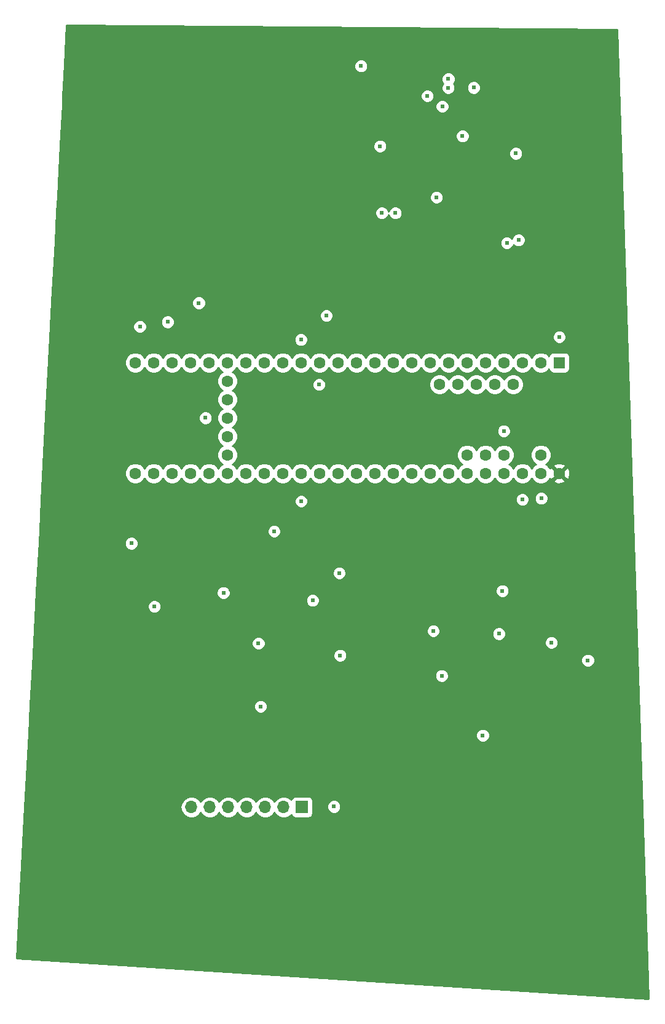
<source format=gbr>
%TF.GenerationSoftware,KiCad,Pcbnew,(5.0.1)-4*%
%TF.CreationDate,2019-11-27T13:43:37-06:00*%
%TF.ProjectId,new_synth_transistor,6E65775F73796E74685F7472616E7369,rev?*%
%TF.SameCoordinates,Original*%
%TF.FileFunction,Copper,L2,Inr,Signal*%
%TF.FilePolarity,Positive*%
%FSLAX46Y46*%
G04 Gerber Fmt 4.6, Leading zero omitted, Abs format (unit mm)*
G04 Created by KiCad (PCBNEW (5.0.1)-4) date 11/27/2019 1:43:37 PM*
%MOMM*%
%LPD*%
G01*
G04 APERTURE LIST*
%ADD10C,1.600000*%
%ADD11R,1.600000X1.600000*%
%ADD12O,1.700000X1.700000*%
%ADD13R,1.700000X1.700000*%
%ADD14C,0.609600*%
%ADD15C,0.254000*%
G04 APERTURE END LIST*
D10*
X237154720Y-60258960D03*
X234614720Y-60258960D03*
X232074720Y-60258960D03*
X229534720Y-60258960D03*
X239694720Y-60258960D03*
X242234720Y-60258960D03*
X244774720Y-60258960D03*
X226994720Y-60258960D03*
X224454720Y-60258960D03*
X221914720Y-60258960D03*
X219374720Y-60258960D03*
X232074720Y-62798960D03*
X232074720Y-65338960D03*
X232074720Y-67878960D03*
X232074720Y-70418960D03*
X232074720Y-72958960D03*
X219374720Y-75498960D03*
X221914720Y-75498960D03*
X224454720Y-75498960D03*
X226994720Y-75498960D03*
X229534720Y-75498960D03*
X232074720Y-75498960D03*
X234614720Y-75498960D03*
X237154720Y-75498960D03*
X247314720Y-60258960D03*
X249854720Y-60258960D03*
X252394720Y-60258960D03*
X254934720Y-60258960D03*
X257474720Y-60258960D03*
X260014720Y-60258960D03*
X262554720Y-60258960D03*
X265094720Y-60258960D03*
X267634720Y-60258960D03*
X270174720Y-60258960D03*
X272714720Y-60258960D03*
X275254720Y-60258960D03*
D11*
X277794720Y-60258960D03*
D10*
X239694720Y-75498960D03*
X242234720Y-75498960D03*
X244774720Y-75498960D03*
X247314720Y-75498960D03*
X249854720Y-75498960D03*
X252394720Y-75498960D03*
X254934720Y-75498960D03*
X257474720Y-75498960D03*
X260014720Y-75498960D03*
X262554720Y-75498960D03*
X265094720Y-75498960D03*
X267634720Y-75498960D03*
X270174720Y-75498960D03*
X272714720Y-75498960D03*
X275254720Y-75498960D03*
X277794720Y-75498960D03*
X275254720Y-72958960D03*
X270174720Y-72958960D03*
X267634720Y-72958960D03*
X265094720Y-72958960D03*
X271444720Y-63258960D03*
X268904720Y-63258960D03*
X266364720Y-63258960D03*
X263824720Y-63258960D03*
X261284720Y-63258960D03*
D12*
X227116640Y-121452640D03*
X229656640Y-121452640D03*
X232196640Y-121452640D03*
X234736640Y-121452640D03*
X237276640Y-121452640D03*
X239816640Y-121452640D03*
D13*
X242356640Y-121452640D03*
D14*
X272189820Y-43367422D03*
X262492100Y-22453062D03*
X262512420Y-21213542D03*
X277794720Y-56728360D03*
X229052120Y-67868800D03*
X242234720Y-79349600D03*
X270149320Y-69682360D03*
X275315680Y-78943200D03*
X269956280Y-91683840D03*
X269483840Y-97586800D03*
X276717760Y-98806000D03*
X281731720Y-101244400D03*
X267258800Y-111566960D03*
X261609840Y-103362760D03*
X260446520Y-97195640D03*
X247489894Y-89227574D03*
X243819680Y-92989400D03*
X231536240Y-91937840D03*
X236357160Y-98907600D03*
X238511080Y-83479640D03*
X218851480Y-85135720D03*
X222016320Y-93832680D03*
X246761000Y-121371360D03*
X247599200Y-100568760D03*
X228142800Y-52039520D03*
X236651800Y-107589320D03*
X272709640Y-79100680D03*
X242214400Y-57089040D03*
X220024960Y-55290720D03*
X250484640Y-19431000D03*
X264464800Y-29067760D03*
X223850200Y-54655720D03*
X260883400Y-37500560D03*
X270576040Y-43789600D03*
X245719600Y-53789580D03*
X244701060Y-63286640D03*
X277809960Y-78958440D03*
X280035000Y-90190320D03*
X271414240Y-98663760D03*
X269529560Y-100832920D03*
X245125240Y-96398080D03*
X236870240Y-96641920D03*
X236321600Y-93944440D03*
X225938080Y-101909880D03*
X221020640Y-93278960D03*
X255483360Y-98308160D03*
X244942360Y-107223560D03*
X231566720Y-83093560D03*
X258221480Y-91399360D03*
X277428960Y-105984040D03*
X262371840Y-36555680D03*
X268386560Y-36997640D03*
X270210280Y-46283880D03*
X249101152Y-27738262D03*
X253103380Y-30467300D03*
X271813020Y-31455360D03*
X255209040Y-39654480D03*
X253344680Y-39644320D03*
X266009120Y-22402800D03*
X259616590Y-23540720D03*
X261680960Y-24988520D03*
D15*
G36*
X285794621Y-14421139D02*
X290078818Y-147824430D01*
X203064296Y-142268588D01*
X204178423Y-121452640D01*
X225602548Y-121452640D01*
X225717801Y-122032058D01*
X226046015Y-122523265D01*
X226537222Y-122851479D01*
X226970384Y-122937640D01*
X227262896Y-122937640D01*
X227696058Y-122851479D01*
X228187265Y-122523265D01*
X228386640Y-122224879D01*
X228586015Y-122523265D01*
X229077222Y-122851479D01*
X229510384Y-122937640D01*
X229802896Y-122937640D01*
X230236058Y-122851479D01*
X230727265Y-122523265D01*
X230926640Y-122224879D01*
X231126015Y-122523265D01*
X231617222Y-122851479D01*
X232050384Y-122937640D01*
X232342896Y-122937640D01*
X232776058Y-122851479D01*
X233267265Y-122523265D01*
X233466640Y-122224879D01*
X233666015Y-122523265D01*
X234157222Y-122851479D01*
X234590384Y-122937640D01*
X234882896Y-122937640D01*
X235316058Y-122851479D01*
X235807265Y-122523265D01*
X236006640Y-122224879D01*
X236206015Y-122523265D01*
X236697222Y-122851479D01*
X237130384Y-122937640D01*
X237422896Y-122937640D01*
X237856058Y-122851479D01*
X238347265Y-122523265D01*
X238546640Y-122224879D01*
X238746015Y-122523265D01*
X239237222Y-122851479D01*
X239670384Y-122937640D01*
X239962896Y-122937640D01*
X240396058Y-122851479D01*
X240887265Y-122523265D01*
X240899456Y-122505021D01*
X240908483Y-122550405D01*
X241048831Y-122760449D01*
X241258875Y-122900797D01*
X241506640Y-122950080D01*
X243206640Y-122950080D01*
X243454405Y-122900797D01*
X243664449Y-122760449D01*
X243804797Y-122550405D01*
X243854080Y-122302640D01*
X243854080Y-121184422D01*
X245821200Y-121184422D01*
X245821200Y-121558298D01*
X245964276Y-121903714D01*
X246228646Y-122168084D01*
X246574062Y-122311160D01*
X246947938Y-122311160D01*
X247293354Y-122168084D01*
X247557724Y-121903714D01*
X247700800Y-121558298D01*
X247700800Y-121184422D01*
X247557724Y-120839006D01*
X247293354Y-120574636D01*
X246947938Y-120431560D01*
X246574062Y-120431560D01*
X246228646Y-120574636D01*
X245964276Y-120839006D01*
X245821200Y-121184422D01*
X243854080Y-121184422D01*
X243854080Y-120602640D01*
X243804797Y-120354875D01*
X243664449Y-120144831D01*
X243454405Y-120004483D01*
X243206640Y-119955200D01*
X241506640Y-119955200D01*
X241258875Y-120004483D01*
X241048831Y-120144831D01*
X240908483Y-120354875D01*
X240899456Y-120400259D01*
X240887265Y-120382015D01*
X240396058Y-120053801D01*
X239962896Y-119967640D01*
X239670384Y-119967640D01*
X239237222Y-120053801D01*
X238746015Y-120382015D01*
X238546640Y-120680401D01*
X238347265Y-120382015D01*
X237856058Y-120053801D01*
X237422896Y-119967640D01*
X237130384Y-119967640D01*
X236697222Y-120053801D01*
X236206015Y-120382015D01*
X236006640Y-120680401D01*
X235807265Y-120382015D01*
X235316058Y-120053801D01*
X234882896Y-119967640D01*
X234590384Y-119967640D01*
X234157222Y-120053801D01*
X233666015Y-120382015D01*
X233466640Y-120680401D01*
X233267265Y-120382015D01*
X232776058Y-120053801D01*
X232342896Y-119967640D01*
X232050384Y-119967640D01*
X231617222Y-120053801D01*
X231126015Y-120382015D01*
X230926640Y-120680401D01*
X230727265Y-120382015D01*
X230236058Y-120053801D01*
X229802896Y-119967640D01*
X229510384Y-119967640D01*
X229077222Y-120053801D01*
X228586015Y-120382015D01*
X228386640Y-120680401D01*
X228187265Y-120382015D01*
X227696058Y-120053801D01*
X227262896Y-119967640D01*
X226970384Y-119967640D01*
X226537222Y-120053801D01*
X226046015Y-120382015D01*
X225717801Y-120873222D01*
X225602548Y-121452640D01*
X204178423Y-121452640D01*
X204717537Y-111380022D01*
X266319000Y-111380022D01*
X266319000Y-111753898D01*
X266462076Y-112099314D01*
X266726446Y-112363684D01*
X267071862Y-112506760D01*
X267445738Y-112506760D01*
X267791154Y-112363684D01*
X268055524Y-112099314D01*
X268198600Y-111753898D01*
X268198600Y-111380022D01*
X268055524Y-111034606D01*
X267791154Y-110770236D01*
X267445738Y-110627160D01*
X267071862Y-110627160D01*
X266726446Y-110770236D01*
X266462076Y-111034606D01*
X266319000Y-111380022D01*
X204717537Y-111380022D01*
X204930432Y-107402382D01*
X235712000Y-107402382D01*
X235712000Y-107776258D01*
X235855076Y-108121674D01*
X236119446Y-108386044D01*
X236464862Y-108529120D01*
X236838738Y-108529120D01*
X237184154Y-108386044D01*
X237448524Y-108121674D01*
X237591600Y-107776258D01*
X237591600Y-107402382D01*
X237448524Y-107056966D01*
X237184154Y-106792596D01*
X236838738Y-106649520D01*
X236464862Y-106649520D01*
X236119446Y-106792596D01*
X235855076Y-107056966D01*
X235712000Y-107402382D01*
X204930432Y-107402382D01*
X205156649Y-103175822D01*
X260670040Y-103175822D01*
X260670040Y-103549698D01*
X260813116Y-103895114D01*
X261077486Y-104159484D01*
X261422902Y-104302560D01*
X261796778Y-104302560D01*
X262142194Y-104159484D01*
X262406564Y-103895114D01*
X262549640Y-103549698D01*
X262549640Y-103175822D01*
X262406564Y-102830406D01*
X262142194Y-102566036D01*
X261796778Y-102422960D01*
X261422902Y-102422960D01*
X261077486Y-102566036D01*
X260813116Y-102830406D01*
X260670040Y-103175822D01*
X205156649Y-103175822D01*
X205306192Y-100381822D01*
X246659400Y-100381822D01*
X246659400Y-100755698D01*
X246802476Y-101101114D01*
X247066846Y-101365484D01*
X247412262Y-101508560D01*
X247786138Y-101508560D01*
X248131554Y-101365484D01*
X248395924Y-101101114D01*
X248414005Y-101057462D01*
X280791920Y-101057462D01*
X280791920Y-101431338D01*
X280934996Y-101776754D01*
X281199366Y-102041124D01*
X281544782Y-102184200D01*
X281918658Y-102184200D01*
X282264074Y-102041124D01*
X282528444Y-101776754D01*
X282671520Y-101431338D01*
X282671520Y-101057462D01*
X282528444Y-100712046D01*
X282264074Y-100447676D01*
X281918658Y-100304600D01*
X281544782Y-100304600D01*
X281199366Y-100447676D01*
X280934996Y-100712046D01*
X280791920Y-101057462D01*
X248414005Y-101057462D01*
X248539000Y-100755698D01*
X248539000Y-100381822D01*
X248395924Y-100036406D01*
X248131554Y-99772036D01*
X247786138Y-99628960D01*
X247412262Y-99628960D01*
X247066846Y-99772036D01*
X246802476Y-100036406D01*
X246659400Y-100381822D01*
X205306192Y-100381822D01*
X205395102Y-98720662D01*
X235417360Y-98720662D01*
X235417360Y-99094538D01*
X235560436Y-99439954D01*
X235824806Y-99704324D01*
X236170222Y-99847400D01*
X236544098Y-99847400D01*
X236889514Y-99704324D01*
X237153884Y-99439954D01*
X237296960Y-99094538D01*
X237296960Y-98720662D01*
X237254876Y-98619062D01*
X275777960Y-98619062D01*
X275777960Y-98992938D01*
X275921036Y-99338354D01*
X276185406Y-99602724D01*
X276530822Y-99745800D01*
X276904698Y-99745800D01*
X277250114Y-99602724D01*
X277514484Y-99338354D01*
X277657560Y-98992938D01*
X277657560Y-98619062D01*
X277514484Y-98273646D01*
X277250114Y-98009276D01*
X276904698Y-97866200D01*
X276530822Y-97866200D01*
X276185406Y-98009276D01*
X275921036Y-98273646D01*
X275777960Y-98619062D01*
X237254876Y-98619062D01*
X237153884Y-98375246D01*
X236889514Y-98110876D01*
X236544098Y-97967800D01*
X236170222Y-97967800D01*
X235824806Y-98110876D01*
X235560436Y-98375246D01*
X235417360Y-98720662D01*
X205395102Y-98720662D01*
X205486730Y-97008702D01*
X259506720Y-97008702D01*
X259506720Y-97382578D01*
X259649796Y-97727994D01*
X259914166Y-97992364D01*
X260259582Y-98135440D01*
X260633458Y-98135440D01*
X260978874Y-97992364D01*
X261243244Y-97727994D01*
X261379160Y-97399862D01*
X268544040Y-97399862D01*
X268544040Y-97773738D01*
X268687116Y-98119154D01*
X268951486Y-98383524D01*
X269296902Y-98526600D01*
X269670778Y-98526600D01*
X270016194Y-98383524D01*
X270280564Y-98119154D01*
X270423640Y-97773738D01*
X270423640Y-97399862D01*
X270280564Y-97054446D01*
X270016194Y-96790076D01*
X269670778Y-96647000D01*
X269296902Y-96647000D01*
X268951486Y-96790076D01*
X268687116Y-97054446D01*
X268544040Y-97399862D01*
X261379160Y-97399862D01*
X261386320Y-97382578D01*
X261386320Y-97008702D01*
X261243244Y-96663286D01*
X260978874Y-96398916D01*
X260633458Y-96255840D01*
X260259582Y-96255840D01*
X259914166Y-96398916D01*
X259649796Y-96663286D01*
X259506720Y-97008702D01*
X205486730Y-97008702D01*
X205666726Y-93645742D01*
X221076520Y-93645742D01*
X221076520Y-94019618D01*
X221219596Y-94365034D01*
X221483966Y-94629404D01*
X221829382Y-94772480D01*
X222203258Y-94772480D01*
X222548674Y-94629404D01*
X222813044Y-94365034D01*
X222956120Y-94019618D01*
X222956120Y-93645742D01*
X222813044Y-93300326D01*
X222548674Y-93035956D01*
X222203258Y-92892880D01*
X221829382Y-92892880D01*
X221483966Y-93035956D01*
X221219596Y-93300326D01*
X221076520Y-93645742D01*
X205666726Y-93645742D01*
X205768143Y-91750902D01*
X230596440Y-91750902D01*
X230596440Y-92124778D01*
X230739516Y-92470194D01*
X231003886Y-92734564D01*
X231349302Y-92877640D01*
X231723178Y-92877640D01*
X231904673Y-92802462D01*
X242879880Y-92802462D01*
X242879880Y-93176338D01*
X243022956Y-93521754D01*
X243287326Y-93786124D01*
X243632742Y-93929200D01*
X244006618Y-93929200D01*
X244352034Y-93786124D01*
X244616404Y-93521754D01*
X244759480Y-93176338D01*
X244759480Y-92802462D01*
X244616404Y-92457046D01*
X244352034Y-92192676D01*
X244006618Y-92049600D01*
X243632742Y-92049600D01*
X243287326Y-92192676D01*
X243022956Y-92457046D01*
X242879880Y-92802462D01*
X231904673Y-92802462D01*
X232068594Y-92734564D01*
X232332964Y-92470194D01*
X232476040Y-92124778D01*
X232476040Y-91750902D01*
X232370830Y-91496902D01*
X269016480Y-91496902D01*
X269016480Y-91870778D01*
X269159556Y-92216194D01*
X269423926Y-92480564D01*
X269769342Y-92623640D01*
X270143218Y-92623640D01*
X270488634Y-92480564D01*
X270753004Y-92216194D01*
X270896080Y-91870778D01*
X270896080Y-91496902D01*
X270753004Y-91151486D01*
X270488634Y-90887116D01*
X270143218Y-90744040D01*
X269769342Y-90744040D01*
X269423926Y-90887116D01*
X269159556Y-91151486D01*
X269016480Y-91496902D01*
X232370830Y-91496902D01*
X232332964Y-91405486D01*
X232068594Y-91141116D01*
X231723178Y-90998040D01*
X231349302Y-90998040D01*
X231003886Y-91141116D01*
X230739516Y-91405486D01*
X230596440Y-91750902D01*
X205768143Y-91750902D01*
X205913204Y-89040636D01*
X246550094Y-89040636D01*
X246550094Y-89414512D01*
X246693170Y-89759928D01*
X246957540Y-90024298D01*
X247302956Y-90167374D01*
X247676832Y-90167374D01*
X248022248Y-90024298D01*
X248286618Y-89759928D01*
X248429694Y-89414512D01*
X248429694Y-89040636D01*
X248286618Y-88695220D01*
X248022248Y-88430850D01*
X247676832Y-88287774D01*
X247302956Y-88287774D01*
X246957540Y-88430850D01*
X246693170Y-88695220D01*
X246550094Y-89040636D01*
X205913204Y-89040636D01*
X206132212Y-84948782D01*
X217911680Y-84948782D01*
X217911680Y-85322658D01*
X218054756Y-85668074D01*
X218319126Y-85932444D01*
X218664542Y-86075520D01*
X219038418Y-86075520D01*
X219383834Y-85932444D01*
X219648204Y-85668074D01*
X219791280Y-85322658D01*
X219791280Y-84948782D01*
X219648204Y-84603366D01*
X219383834Y-84338996D01*
X219038418Y-84195920D01*
X218664542Y-84195920D01*
X218319126Y-84338996D01*
X218054756Y-84603366D01*
X217911680Y-84948782D01*
X206132212Y-84948782D01*
X206220849Y-83292702D01*
X237571280Y-83292702D01*
X237571280Y-83666578D01*
X237714356Y-84011994D01*
X237978726Y-84276364D01*
X238324142Y-84419440D01*
X238698018Y-84419440D01*
X239043434Y-84276364D01*
X239307804Y-84011994D01*
X239450880Y-83666578D01*
X239450880Y-83292702D01*
X239307804Y-82947286D01*
X239043434Y-82682916D01*
X238698018Y-82539840D01*
X238324142Y-82539840D01*
X237978726Y-82682916D01*
X237714356Y-82947286D01*
X237571280Y-83292702D01*
X206220849Y-83292702D01*
X206441900Y-79162662D01*
X241294920Y-79162662D01*
X241294920Y-79536538D01*
X241437996Y-79881954D01*
X241702366Y-80146324D01*
X242047782Y-80289400D01*
X242421658Y-80289400D01*
X242767074Y-80146324D01*
X243031444Y-79881954D01*
X243174520Y-79536538D01*
X243174520Y-79162662D01*
X243071414Y-78913742D01*
X271769840Y-78913742D01*
X271769840Y-79287618D01*
X271912916Y-79633034D01*
X272177286Y-79897404D01*
X272522702Y-80040480D01*
X272896578Y-80040480D01*
X273241994Y-79897404D01*
X273506364Y-79633034D01*
X273649440Y-79287618D01*
X273649440Y-78913742D01*
X273584210Y-78756262D01*
X274375880Y-78756262D01*
X274375880Y-79130138D01*
X274518956Y-79475554D01*
X274783326Y-79739924D01*
X275128742Y-79883000D01*
X275502618Y-79883000D01*
X275848034Y-79739924D01*
X276112404Y-79475554D01*
X276255480Y-79130138D01*
X276255480Y-78756262D01*
X276112404Y-78410846D01*
X275848034Y-78146476D01*
X275502618Y-78003400D01*
X275128742Y-78003400D01*
X274783326Y-78146476D01*
X274518956Y-78410846D01*
X274375880Y-78756262D01*
X273584210Y-78756262D01*
X273506364Y-78568326D01*
X273241994Y-78303956D01*
X272896578Y-78160880D01*
X272522702Y-78160880D01*
X272177286Y-78303956D01*
X271912916Y-78568326D01*
X271769840Y-78913742D01*
X243071414Y-78913742D01*
X243031444Y-78817246D01*
X242767074Y-78552876D01*
X242421658Y-78409800D01*
X242047782Y-78409800D01*
X241702366Y-78552876D01*
X241437996Y-78817246D01*
X241294920Y-79162662D01*
X206441900Y-79162662D01*
X207056385Y-67681862D01*
X228112320Y-67681862D01*
X228112320Y-68055738D01*
X228255396Y-68401154D01*
X228519766Y-68665524D01*
X228865182Y-68808600D01*
X229239058Y-68808600D01*
X229584474Y-68665524D01*
X229848844Y-68401154D01*
X229991920Y-68055738D01*
X229991920Y-67681862D01*
X229848844Y-67336446D01*
X229584474Y-67072076D01*
X229239058Y-66929000D01*
X228865182Y-66929000D01*
X228519766Y-67072076D01*
X228255396Y-67336446D01*
X228112320Y-67681862D01*
X207056385Y-67681862D01*
X207468957Y-59973521D01*
X217939720Y-59973521D01*
X217939720Y-60544399D01*
X218158186Y-61071822D01*
X218561858Y-61475494D01*
X219089281Y-61693960D01*
X219660159Y-61693960D01*
X220187582Y-61475494D01*
X220591254Y-61071822D01*
X220644720Y-60942744D01*
X220698186Y-61071822D01*
X221101858Y-61475494D01*
X221629281Y-61693960D01*
X222200159Y-61693960D01*
X222727582Y-61475494D01*
X223131254Y-61071822D01*
X223184720Y-60942744D01*
X223238186Y-61071822D01*
X223641858Y-61475494D01*
X224169281Y-61693960D01*
X224740159Y-61693960D01*
X225267582Y-61475494D01*
X225671254Y-61071822D01*
X225724720Y-60942744D01*
X225778186Y-61071822D01*
X226181858Y-61475494D01*
X226709281Y-61693960D01*
X227280159Y-61693960D01*
X227807582Y-61475494D01*
X228211254Y-61071822D01*
X228264720Y-60942744D01*
X228318186Y-61071822D01*
X228721858Y-61475494D01*
X229249281Y-61693960D01*
X229820159Y-61693960D01*
X230347582Y-61475494D01*
X230751254Y-61071822D01*
X230804720Y-60942744D01*
X230858186Y-61071822D01*
X231261858Y-61475494D01*
X231390936Y-61528960D01*
X231261858Y-61582426D01*
X230858186Y-61986098D01*
X230639720Y-62513521D01*
X230639720Y-63084399D01*
X230858186Y-63611822D01*
X231261858Y-64015494D01*
X231390936Y-64068960D01*
X231261858Y-64122426D01*
X230858186Y-64526098D01*
X230639720Y-65053521D01*
X230639720Y-65624399D01*
X230858186Y-66151822D01*
X231261858Y-66555494D01*
X231390936Y-66608960D01*
X231261858Y-66662426D01*
X230858186Y-67066098D01*
X230639720Y-67593521D01*
X230639720Y-68164399D01*
X230858186Y-68691822D01*
X231261858Y-69095494D01*
X231390936Y-69148960D01*
X231261858Y-69202426D01*
X230858186Y-69606098D01*
X230639720Y-70133521D01*
X230639720Y-70704399D01*
X230858186Y-71231822D01*
X231261858Y-71635494D01*
X231390936Y-71688960D01*
X231261858Y-71742426D01*
X230858186Y-72146098D01*
X230639720Y-72673521D01*
X230639720Y-73244399D01*
X230858186Y-73771822D01*
X231261858Y-74175494D01*
X231390936Y-74228960D01*
X231261858Y-74282426D01*
X230858186Y-74686098D01*
X230804720Y-74815176D01*
X230751254Y-74686098D01*
X230347582Y-74282426D01*
X229820159Y-74063960D01*
X229249281Y-74063960D01*
X228721858Y-74282426D01*
X228318186Y-74686098D01*
X228264720Y-74815176D01*
X228211254Y-74686098D01*
X227807582Y-74282426D01*
X227280159Y-74063960D01*
X226709281Y-74063960D01*
X226181858Y-74282426D01*
X225778186Y-74686098D01*
X225724720Y-74815176D01*
X225671254Y-74686098D01*
X225267582Y-74282426D01*
X224740159Y-74063960D01*
X224169281Y-74063960D01*
X223641858Y-74282426D01*
X223238186Y-74686098D01*
X223184720Y-74815176D01*
X223131254Y-74686098D01*
X222727582Y-74282426D01*
X222200159Y-74063960D01*
X221629281Y-74063960D01*
X221101858Y-74282426D01*
X220698186Y-74686098D01*
X220644720Y-74815176D01*
X220591254Y-74686098D01*
X220187582Y-74282426D01*
X219660159Y-74063960D01*
X219089281Y-74063960D01*
X218561858Y-74282426D01*
X218158186Y-74686098D01*
X217939720Y-75213521D01*
X217939720Y-75784399D01*
X218158186Y-76311822D01*
X218561858Y-76715494D01*
X219089281Y-76933960D01*
X219660159Y-76933960D01*
X220187582Y-76715494D01*
X220591254Y-76311822D01*
X220644720Y-76182744D01*
X220698186Y-76311822D01*
X221101858Y-76715494D01*
X221629281Y-76933960D01*
X222200159Y-76933960D01*
X222727582Y-76715494D01*
X223131254Y-76311822D01*
X223184720Y-76182744D01*
X223238186Y-76311822D01*
X223641858Y-76715494D01*
X224169281Y-76933960D01*
X224740159Y-76933960D01*
X225267582Y-76715494D01*
X225671254Y-76311822D01*
X225724720Y-76182744D01*
X225778186Y-76311822D01*
X226181858Y-76715494D01*
X226709281Y-76933960D01*
X227280159Y-76933960D01*
X227807582Y-76715494D01*
X228211254Y-76311822D01*
X228264720Y-76182744D01*
X228318186Y-76311822D01*
X228721858Y-76715494D01*
X229249281Y-76933960D01*
X229820159Y-76933960D01*
X230347582Y-76715494D01*
X230751254Y-76311822D01*
X230804720Y-76182744D01*
X230858186Y-76311822D01*
X231261858Y-76715494D01*
X231789281Y-76933960D01*
X232360159Y-76933960D01*
X232887582Y-76715494D01*
X233291254Y-76311822D01*
X233344720Y-76182744D01*
X233398186Y-76311822D01*
X233801858Y-76715494D01*
X234329281Y-76933960D01*
X234900159Y-76933960D01*
X235427582Y-76715494D01*
X235831254Y-76311822D01*
X235884720Y-76182744D01*
X235938186Y-76311822D01*
X236341858Y-76715494D01*
X236869281Y-76933960D01*
X237440159Y-76933960D01*
X237967582Y-76715494D01*
X238371254Y-76311822D01*
X238424720Y-76182744D01*
X238478186Y-76311822D01*
X238881858Y-76715494D01*
X239409281Y-76933960D01*
X239980159Y-76933960D01*
X240507582Y-76715494D01*
X240911254Y-76311822D01*
X240964720Y-76182744D01*
X241018186Y-76311822D01*
X241421858Y-76715494D01*
X241949281Y-76933960D01*
X242520159Y-76933960D01*
X243047582Y-76715494D01*
X243451254Y-76311822D01*
X243504720Y-76182744D01*
X243558186Y-76311822D01*
X243961858Y-76715494D01*
X244489281Y-76933960D01*
X245060159Y-76933960D01*
X245587582Y-76715494D01*
X245991254Y-76311822D01*
X246044720Y-76182744D01*
X246098186Y-76311822D01*
X246501858Y-76715494D01*
X247029281Y-76933960D01*
X247600159Y-76933960D01*
X248127582Y-76715494D01*
X248531254Y-76311822D01*
X248584720Y-76182744D01*
X248638186Y-76311822D01*
X249041858Y-76715494D01*
X249569281Y-76933960D01*
X250140159Y-76933960D01*
X250667582Y-76715494D01*
X251071254Y-76311822D01*
X251124720Y-76182744D01*
X251178186Y-76311822D01*
X251581858Y-76715494D01*
X252109281Y-76933960D01*
X252680159Y-76933960D01*
X253207582Y-76715494D01*
X253611254Y-76311822D01*
X253664720Y-76182744D01*
X253718186Y-76311822D01*
X254121858Y-76715494D01*
X254649281Y-76933960D01*
X255220159Y-76933960D01*
X255747582Y-76715494D01*
X256151254Y-76311822D01*
X256204720Y-76182744D01*
X256258186Y-76311822D01*
X256661858Y-76715494D01*
X257189281Y-76933960D01*
X257760159Y-76933960D01*
X258287582Y-76715494D01*
X258691254Y-76311822D01*
X258744720Y-76182744D01*
X258798186Y-76311822D01*
X259201858Y-76715494D01*
X259729281Y-76933960D01*
X260300159Y-76933960D01*
X260827582Y-76715494D01*
X261231254Y-76311822D01*
X261284720Y-76182744D01*
X261338186Y-76311822D01*
X261741858Y-76715494D01*
X262269281Y-76933960D01*
X262840159Y-76933960D01*
X263367582Y-76715494D01*
X263771254Y-76311822D01*
X263824720Y-76182744D01*
X263878186Y-76311822D01*
X264281858Y-76715494D01*
X264809281Y-76933960D01*
X265380159Y-76933960D01*
X265907582Y-76715494D01*
X266311254Y-76311822D01*
X266364720Y-76182744D01*
X266418186Y-76311822D01*
X266821858Y-76715494D01*
X267349281Y-76933960D01*
X267920159Y-76933960D01*
X268447582Y-76715494D01*
X268851254Y-76311822D01*
X268904720Y-76182744D01*
X268958186Y-76311822D01*
X269361858Y-76715494D01*
X269889281Y-76933960D01*
X270460159Y-76933960D01*
X270987582Y-76715494D01*
X271391254Y-76311822D01*
X271444720Y-76182744D01*
X271498186Y-76311822D01*
X271901858Y-76715494D01*
X272429281Y-76933960D01*
X273000159Y-76933960D01*
X273527582Y-76715494D01*
X273931254Y-76311822D01*
X273984720Y-76182744D01*
X274038186Y-76311822D01*
X274441858Y-76715494D01*
X274969281Y-76933960D01*
X275540159Y-76933960D01*
X276067582Y-76715494D01*
X276276371Y-76506705D01*
X276966581Y-76506705D01*
X277040715Y-76752824D01*
X277577943Y-76945925D01*
X278148174Y-76918738D01*
X278548725Y-76752824D01*
X278622859Y-76506705D01*
X277794720Y-75678565D01*
X276966581Y-76506705D01*
X276276371Y-76506705D01*
X276471254Y-76311822D01*
X276518245Y-76198377D01*
X276540856Y-76252965D01*
X276786975Y-76327099D01*
X277615115Y-75498960D01*
X277974325Y-75498960D01*
X278802465Y-76327099D01*
X279048584Y-76252965D01*
X279241685Y-75715737D01*
X279214498Y-75145506D01*
X279048584Y-74744955D01*
X278802465Y-74670821D01*
X277974325Y-75498960D01*
X277615115Y-75498960D01*
X276786975Y-74670821D01*
X276540856Y-74744955D01*
X276519846Y-74803408D01*
X276471254Y-74686098D01*
X276276371Y-74491215D01*
X276966581Y-74491215D01*
X277794720Y-75319355D01*
X278622859Y-74491215D01*
X278548725Y-74245096D01*
X278011497Y-74051995D01*
X277441266Y-74079182D01*
X277040715Y-74245096D01*
X276966581Y-74491215D01*
X276276371Y-74491215D01*
X276067582Y-74282426D01*
X275938504Y-74228960D01*
X276067582Y-74175494D01*
X276471254Y-73771822D01*
X276689720Y-73244399D01*
X276689720Y-72673521D01*
X276471254Y-72146098D01*
X276067582Y-71742426D01*
X275540159Y-71523960D01*
X274969281Y-71523960D01*
X274441858Y-71742426D01*
X274038186Y-72146098D01*
X273819720Y-72673521D01*
X273819720Y-73244399D01*
X274038186Y-73771822D01*
X274441858Y-74175494D01*
X274570936Y-74228960D01*
X274441858Y-74282426D01*
X274038186Y-74686098D01*
X273984720Y-74815176D01*
X273931254Y-74686098D01*
X273527582Y-74282426D01*
X273000159Y-74063960D01*
X272429281Y-74063960D01*
X271901858Y-74282426D01*
X271498186Y-74686098D01*
X271444720Y-74815176D01*
X271391254Y-74686098D01*
X270987582Y-74282426D01*
X270858504Y-74228960D01*
X270987582Y-74175494D01*
X271391254Y-73771822D01*
X271609720Y-73244399D01*
X271609720Y-72673521D01*
X271391254Y-72146098D01*
X270987582Y-71742426D01*
X270460159Y-71523960D01*
X269889281Y-71523960D01*
X269361858Y-71742426D01*
X268958186Y-72146098D01*
X268904720Y-72275176D01*
X268851254Y-72146098D01*
X268447582Y-71742426D01*
X267920159Y-71523960D01*
X267349281Y-71523960D01*
X266821858Y-71742426D01*
X266418186Y-72146098D01*
X266364720Y-72275176D01*
X266311254Y-72146098D01*
X265907582Y-71742426D01*
X265380159Y-71523960D01*
X264809281Y-71523960D01*
X264281858Y-71742426D01*
X263878186Y-72146098D01*
X263659720Y-72673521D01*
X263659720Y-73244399D01*
X263878186Y-73771822D01*
X264281858Y-74175494D01*
X264410936Y-74228960D01*
X264281858Y-74282426D01*
X263878186Y-74686098D01*
X263824720Y-74815176D01*
X263771254Y-74686098D01*
X263367582Y-74282426D01*
X262840159Y-74063960D01*
X262269281Y-74063960D01*
X261741858Y-74282426D01*
X261338186Y-74686098D01*
X261284720Y-74815176D01*
X261231254Y-74686098D01*
X260827582Y-74282426D01*
X260300159Y-74063960D01*
X259729281Y-74063960D01*
X259201858Y-74282426D01*
X258798186Y-74686098D01*
X258744720Y-74815176D01*
X258691254Y-74686098D01*
X258287582Y-74282426D01*
X257760159Y-74063960D01*
X257189281Y-74063960D01*
X256661858Y-74282426D01*
X256258186Y-74686098D01*
X256204720Y-74815176D01*
X256151254Y-74686098D01*
X255747582Y-74282426D01*
X255220159Y-74063960D01*
X254649281Y-74063960D01*
X254121858Y-74282426D01*
X253718186Y-74686098D01*
X253664720Y-74815176D01*
X253611254Y-74686098D01*
X253207582Y-74282426D01*
X252680159Y-74063960D01*
X252109281Y-74063960D01*
X251581858Y-74282426D01*
X251178186Y-74686098D01*
X251124720Y-74815176D01*
X251071254Y-74686098D01*
X250667582Y-74282426D01*
X250140159Y-74063960D01*
X249569281Y-74063960D01*
X249041858Y-74282426D01*
X248638186Y-74686098D01*
X248584720Y-74815176D01*
X248531254Y-74686098D01*
X248127582Y-74282426D01*
X247600159Y-74063960D01*
X247029281Y-74063960D01*
X246501858Y-74282426D01*
X246098186Y-74686098D01*
X246044720Y-74815176D01*
X245991254Y-74686098D01*
X245587582Y-74282426D01*
X245060159Y-74063960D01*
X244489281Y-74063960D01*
X243961858Y-74282426D01*
X243558186Y-74686098D01*
X243504720Y-74815176D01*
X243451254Y-74686098D01*
X243047582Y-74282426D01*
X242520159Y-74063960D01*
X241949281Y-74063960D01*
X241421858Y-74282426D01*
X241018186Y-74686098D01*
X240964720Y-74815176D01*
X240911254Y-74686098D01*
X240507582Y-74282426D01*
X239980159Y-74063960D01*
X239409281Y-74063960D01*
X238881858Y-74282426D01*
X238478186Y-74686098D01*
X238424720Y-74815176D01*
X238371254Y-74686098D01*
X237967582Y-74282426D01*
X237440159Y-74063960D01*
X236869281Y-74063960D01*
X236341858Y-74282426D01*
X235938186Y-74686098D01*
X235884720Y-74815176D01*
X235831254Y-74686098D01*
X235427582Y-74282426D01*
X234900159Y-74063960D01*
X234329281Y-74063960D01*
X233801858Y-74282426D01*
X233398186Y-74686098D01*
X233344720Y-74815176D01*
X233291254Y-74686098D01*
X232887582Y-74282426D01*
X232758504Y-74228960D01*
X232887582Y-74175494D01*
X233291254Y-73771822D01*
X233509720Y-73244399D01*
X233509720Y-72673521D01*
X233291254Y-72146098D01*
X232887582Y-71742426D01*
X232758504Y-71688960D01*
X232887582Y-71635494D01*
X233291254Y-71231822D01*
X233509720Y-70704399D01*
X233509720Y-70133521D01*
X233291254Y-69606098D01*
X233180578Y-69495422D01*
X269209520Y-69495422D01*
X269209520Y-69869298D01*
X269352596Y-70214714D01*
X269616966Y-70479084D01*
X269962382Y-70622160D01*
X270336258Y-70622160D01*
X270681674Y-70479084D01*
X270946044Y-70214714D01*
X271089120Y-69869298D01*
X271089120Y-69495422D01*
X270946044Y-69150006D01*
X270681674Y-68885636D01*
X270336258Y-68742560D01*
X269962382Y-68742560D01*
X269616966Y-68885636D01*
X269352596Y-69150006D01*
X269209520Y-69495422D01*
X233180578Y-69495422D01*
X232887582Y-69202426D01*
X232758504Y-69148960D01*
X232887582Y-69095494D01*
X233291254Y-68691822D01*
X233509720Y-68164399D01*
X233509720Y-67593521D01*
X233291254Y-67066098D01*
X232887582Y-66662426D01*
X232758504Y-66608960D01*
X232887582Y-66555494D01*
X233291254Y-66151822D01*
X233509720Y-65624399D01*
X233509720Y-65053521D01*
X233291254Y-64526098D01*
X232887582Y-64122426D01*
X232758504Y-64068960D01*
X232887582Y-64015494D01*
X233291254Y-63611822D01*
X233503381Y-63099702D01*
X243761260Y-63099702D01*
X243761260Y-63473578D01*
X243904336Y-63818994D01*
X244168706Y-64083364D01*
X244514122Y-64226440D01*
X244887998Y-64226440D01*
X245233414Y-64083364D01*
X245497784Y-63818994D01*
X245640860Y-63473578D01*
X245640860Y-63099702D01*
X245588595Y-62973521D01*
X259849720Y-62973521D01*
X259849720Y-63544399D01*
X260068186Y-64071822D01*
X260471858Y-64475494D01*
X260999281Y-64693960D01*
X261570159Y-64693960D01*
X262097582Y-64475494D01*
X262501254Y-64071822D01*
X262554720Y-63942744D01*
X262608186Y-64071822D01*
X263011858Y-64475494D01*
X263539281Y-64693960D01*
X264110159Y-64693960D01*
X264637582Y-64475494D01*
X265041254Y-64071822D01*
X265094720Y-63942744D01*
X265148186Y-64071822D01*
X265551858Y-64475494D01*
X266079281Y-64693960D01*
X266650159Y-64693960D01*
X267177582Y-64475494D01*
X267581254Y-64071822D01*
X267634720Y-63942744D01*
X267688186Y-64071822D01*
X268091858Y-64475494D01*
X268619281Y-64693960D01*
X269190159Y-64693960D01*
X269717582Y-64475494D01*
X270121254Y-64071822D01*
X270174720Y-63942744D01*
X270228186Y-64071822D01*
X270631858Y-64475494D01*
X271159281Y-64693960D01*
X271730159Y-64693960D01*
X272257582Y-64475494D01*
X272661254Y-64071822D01*
X272879720Y-63544399D01*
X272879720Y-62973521D01*
X272661254Y-62446098D01*
X272257582Y-62042426D01*
X271730159Y-61823960D01*
X271159281Y-61823960D01*
X270631858Y-62042426D01*
X270228186Y-62446098D01*
X270174720Y-62575176D01*
X270121254Y-62446098D01*
X269717582Y-62042426D01*
X269190159Y-61823960D01*
X268619281Y-61823960D01*
X268091858Y-62042426D01*
X267688186Y-62446098D01*
X267634720Y-62575176D01*
X267581254Y-62446098D01*
X267177582Y-62042426D01*
X266650159Y-61823960D01*
X266079281Y-61823960D01*
X265551858Y-62042426D01*
X265148186Y-62446098D01*
X265094720Y-62575176D01*
X265041254Y-62446098D01*
X264637582Y-62042426D01*
X264110159Y-61823960D01*
X263539281Y-61823960D01*
X263011858Y-62042426D01*
X262608186Y-62446098D01*
X262554720Y-62575176D01*
X262501254Y-62446098D01*
X262097582Y-62042426D01*
X261570159Y-61823960D01*
X260999281Y-61823960D01*
X260471858Y-62042426D01*
X260068186Y-62446098D01*
X259849720Y-62973521D01*
X245588595Y-62973521D01*
X245497784Y-62754286D01*
X245233414Y-62489916D01*
X244887998Y-62346840D01*
X244514122Y-62346840D01*
X244168706Y-62489916D01*
X243904336Y-62754286D01*
X243761260Y-63099702D01*
X233503381Y-63099702D01*
X233509720Y-63084399D01*
X233509720Y-62513521D01*
X233291254Y-61986098D01*
X232887582Y-61582426D01*
X232758504Y-61528960D01*
X232887582Y-61475494D01*
X233291254Y-61071822D01*
X233344720Y-60942744D01*
X233398186Y-61071822D01*
X233801858Y-61475494D01*
X234329281Y-61693960D01*
X234900159Y-61693960D01*
X235427582Y-61475494D01*
X235831254Y-61071822D01*
X235884720Y-60942744D01*
X235938186Y-61071822D01*
X236341858Y-61475494D01*
X236869281Y-61693960D01*
X237440159Y-61693960D01*
X237967582Y-61475494D01*
X238371254Y-61071822D01*
X238424720Y-60942744D01*
X238478186Y-61071822D01*
X238881858Y-61475494D01*
X239409281Y-61693960D01*
X239980159Y-61693960D01*
X240507582Y-61475494D01*
X240911254Y-61071822D01*
X240964720Y-60942744D01*
X241018186Y-61071822D01*
X241421858Y-61475494D01*
X241949281Y-61693960D01*
X242520159Y-61693960D01*
X243047582Y-61475494D01*
X243451254Y-61071822D01*
X243504720Y-60942744D01*
X243558186Y-61071822D01*
X243961858Y-61475494D01*
X244489281Y-61693960D01*
X245060159Y-61693960D01*
X245587582Y-61475494D01*
X245991254Y-61071822D01*
X246044720Y-60942744D01*
X246098186Y-61071822D01*
X246501858Y-61475494D01*
X247029281Y-61693960D01*
X247600159Y-61693960D01*
X248127582Y-61475494D01*
X248531254Y-61071822D01*
X248584720Y-60942744D01*
X248638186Y-61071822D01*
X249041858Y-61475494D01*
X249569281Y-61693960D01*
X250140159Y-61693960D01*
X250667582Y-61475494D01*
X251071254Y-61071822D01*
X251124720Y-60942744D01*
X251178186Y-61071822D01*
X251581858Y-61475494D01*
X252109281Y-61693960D01*
X252680159Y-61693960D01*
X253207582Y-61475494D01*
X253611254Y-61071822D01*
X253664720Y-60942744D01*
X253718186Y-61071822D01*
X254121858Y-61475494D01*
X254649281Y-61693960D01*
X255220159Y-61693960D01*
X255747582Y-61475494D01*
X256151254Y-61071822D01*
X256204720Y-60942744D01*
X256258186Y-61071822D01*
X256661858Y-61475494D01*
X257189281Y-61693960D01*
X257760159Y-61693960D01*
X258287582Y-61475494D01*
X258691254Y-61071822D01*
X258744720Y-60942744D01*
X258798186Y-61071822D01*
X259201858Y-61475494D01*
X259729281Y-61693960D01*
X260300159Y-61693960D01*
X260827582Y-61475494D01*
X261231254Y-61071822D01*
X261284720Y-60942744D01*
X261338186Y-61071822D01*
X261741858Y-61475494D01*
X262269281Y-61693960D01*
X262840159Y-61693960D01*
X263367582Y-61475494D01*
X263771254Y-61071822D01*
X263824720Y-60942744D01*
X263878186Y-61071822D01*
X264281858Y-61475494D01*
X264809281Y-61693960D01*
X265380159Y-61693960D01*
X265907582Y-61475494D01*
X266311254Y-61071822D01*
X266364720Y-60942744D01*
X266418186Y-61071822D01*
X266821858Y-61475494D01*
X267349281Y-61693960D01*
X267920159Y-61693960D01*
X268447582Y-61475494D01*
X268851254Y-61071822D01*
X268904720Y-60942744D01*
X268958186Y-61071822D01*
X269361858Y-61475494D01*
X269889281Y-61693960D01*
X270460159Y-61693960D01*
X270987582Y-61475494D01*
X271391254Y-61071822D01*
X271444720Y-60942744D01*
X271498186Y-61071822D01*
X271901858Y-61475494D01*
X272429281Y-61693960D01*
X273000159Y-61693960D01*
X273527582Y-61475494D01*
X273931254Y-61071822D01*
X273984720Y-60942744D01*
X274038186Y-61071822D01*
X274441858Y-61475494D01*
X274969281Y-61693960D01*
X275540159Y-61693960D01*
X276067582Y-61475494D01*
X276369982Y-61173094D01*
X276396563Y-61306725D01*
X276536911Y-61516769D01*
X276746955Y-61657117D01*
X276994720Y-61706400D01*
X278594720Y-61706400D01*
X278842485Y-61657117D01*
X279052529Y-61516769D01*
X279192877Y-61306725D01*
X279242160Y-61058960D01*
X279242160Y-59458960D01*
X279192877Y-59211195D01*
X279052529Y-59001151D01*
X278842485Y-58860803D01*
X278594720Y-58811520D01*
X276994720Y-58811520D01*
X276746955Y-58860803D01*
X276536911Y-59001151D01*
X276396563Y-59211195D01*
X276369982Y-59344826D01*
X276067582Y-59042426D01*
X275540159Y-58823960D01*
X274969281Y-58823960D01*
X274441858Y-59042426D01*
X274038186Y-59446098D01*
X273984720Y-59575176D01*
X273931254Y-59446098D01*
X273527582Y-59042426D01*
X273000159Y-58823960D01*
X272429281Y-58823960D01*
X271901858Y-59042426D01*
X271498186Y-59446098D01*
X271444720Y-59575176D01*
X271391254Y-59446098D01*
X270987582Y-59042426D01*
X270460159Y-58823960D01*
X269889281Y-58823960D01*
X269361858Y-59042426D01*
X268958186Y-59446098D01*
X268904720Y-59575176D01*
X268851254Y-59446098D01*
X268447582Y-59042426D01*
X267920159Y-58823960D01*
X267349281Y-58823960D01*
X266821858Y-59042426D01*
X266418186Y-59446098D01*
X266364720Y-59575176D01*
X266311254Y-59446098D01*
X265907582Y-59042426D01*
X265380159Y-58823960D01*
X264809281Y-58823960D01*
X264281858Y-59042426D01*
X263878186Y-59446098D01*
X263824720Y-59575176D01*
X263771254Y-59446098D01*
X263367582Y-59042426D01*
X262840159Y-58823960D01*
X262269281Y-58823960D01*
X261741858Y-59042426D01*
X261338186Y-59446098D01*
X261284720Y-59575176D01*
X261231254Y-59446098D01*
X260827582Y-59042426D01*
X260300159Y-58823960D01*
X259729281Y-58823960D01*
X259201858Y-59042426D01*
X258798186Y-59446098D01*
X258744720Y-59575176D01*
X258691254Y-59446098D01*
X258287582Y-59042426D01*
X257760159Y-58823960D01*
X257189281Y-58823960D01*
X256661858Y-59042426D01*
X256258186Y-59446098D01*
X256204720Y-59575176D01*
X256151254Y-59446098D01*
X255747582Y-59042426D01*
X255220159Y-58823960D01*
X254649281Y-58823960D01*
X254121858Y-59042426D01*
X253718186Y-59446098D01*
X253664720Y-59575176D01*
X253611254Y-59446098D01*
X253207582Y-59042426D01*
X252680159Y-58823960D01*
X252109281Y-58823960D01*
X251581858Y-59042426D01*
X251178186Y-59446098D01*
X251124720Y-59575176D01*
X251071254Y-59446098D01*
X250667582Y-59042426D01*
X250140159Y-58823960D01*
X249569281Y-58823960D01*
X249041858Y-59042426D01*
X248638186Y-59446098D01*
X248584720Y-59575176D01*
X248531254Y-59446098D01*
X248127582Y-59042426D01*
X247600159Y-58823960D01*
X247029281Y-58823960D01*
X246501858Y-59042426D01*
X246098186Y-59446098D01*
X246044720Y-59575176D01*
X245991254Y-59446098D01*
X245587582Y-59042426D01*
X245060159Y-58823960D01*
X244489281Y-58823960D01*
X243961858Y-59042426D01*
X243558186Y-59446098D01*
X243504720Y-59575176D01*
X243451254Y-59446098D01*
X243047582Y-59042426D01*
X242520159Y-58823960D01*
X241949281Y-58823960D01*
X241421858Y-59042426D01*
X241018186Y-59446098D01*
X240964720Y-59575176D01*
X240911254Y-59446098D01*
X240507582Y-59042426D01*
X239980159Y-58823960D01*
X239409281Y-58823960D01*
X238881858Y-59042426D01*
X238478186Y-59446098D01*
X238424720Y-59575176D01*
X238371254Y-59446098D01*
X237967582Y-59042426D01*
X237440159Y-58823960D01*
X236869281Y-58823960D01*
X236341858Y-59042426D01*
X235938186Y-59446098D01*
X235884720Y-59575176D01*
X235831254Y-59446098D01*
X235427582Y-59042426D01*
X234900159Y-58823960D01*
X234329281Y-58823960D01*
X233801858Y-59042426D01*
X233398186Y-59446098D01*
X233344720Y-59575176D01*
X233291254Y-59446098D01*
X232887582Y-59042426D01*
X232360159Y-58823960D01*
X231789281Y-58823960D01*
X231261858Y-59042426D01*
X230858186Y-59446098D01*
X230804720Y-59575176D01*
X230751254Y-59446098D01*
X230347582Y-59042426D01*
X229820159Y-58823960D01*
X229249281Y-58823960D01*
X228721858Y-59042426D01*
X228318186Y-59446098D01*
X228264720Y-59575176D01*
X228211254Y-59446098D01*
X227807582Y-59042426D01*
X227280159Y-58823960D01*
X226709281Y-58823960D01*
X226181858Y-59042426D01*
X225778186Y-59446098D01*
X225724720Y-59575176D01*
X225671254Y-59446098D01*
X225267582Y-59042426D01*
X224740159Y-58823960D01*
X224169281Y-58823960D01*
X223641858Y-59042426D01*
X223238186Y-59446098D01*
X223184720Y-59575176D01*
X223131254Y-59446098D01*
X222727582Y-59042426D01*
X222200159Y-58823960D01*
X221629281Y-58823960D01*
X221101858Y-59042426D01*
X220698186Y-59446098D01*
X220644720Y-59575176D01*
X220591254Y-59446098D01*
X220187582Y-59042426D01*
X219660159Y-58823960D01*
X219089281Y-58823960D01*
X218561858Y-59042426D01*
X218158186Y-59446098D01*
X217939720Y-59973521D01*
X207468957Y-59973521D01*
X207633347Y-56902102D01*
X241274600Y-56902102D01*
X241274600Y-57275978D01*
X241417676Y-57621394D01*
X241682046Y-57885764D01*
X242027462Y-58028840D01*
X242401338Y-58028840D01*
X242746754Y-57885764D01*
X243011124Y-57621394D01*
X243154200Y-57275978D01*
X243154200Y-56902102D01*
X243011124Y-56556686D01*
X242995860Y-56541422D01*
X276854920Y-56541422D01*
X276854920Y-56915298D01*
X276997996Y-57260714D01*
X277262366Y-57525084D01*
X277607782Y-57668160D01*
X277981658Y-57668160D01*
X278327074Y-57525084D01*
X278591444Y-57260714D01*
X278734520Y-56915298D01*
X278734520Y-56541422D01*
X278591444Y-56196006D01*
X278327074Y-55931636D01*
X277981658Y-55788560D01*
X277607782Y-55788560D01*
X277262366Y-55931636D01*
X276997996Y-56196006D01*
X276854920Y-56541422D01*
X242995860Y-56541422D01*
X242746754Y-56292316D01*
X242401338Y-56149240D01*
X242027462Y-56149240D01*
X241682046Y-56292316D01*
X241417676Y-56556686D01*
X241274600Y-56902102D01*
X207633347Y-56902102D01*
X207729599Y-55103782D01*
X219085160Y-55103782D01*
X219085160Y-55477658D01*
X219228236Y-55823074D01*
X219492606Y-56087444D01*
X219838022Y-56230520D01*
X220211898Y-56230520D01*
X220557314Y-56087444D01*
X220821684Y-55823074D01*
X220964760Y-55477658D01*
X220964760Y-55103782D01*
X220821684Y-54758366D01*
X220557314Y-54493996D01*
X220496443Y-54468782D01*
X222910400Y-54468782D01*
X222910400Y-54842658D01*
X223053476Y-55188074D01*
X223317846Y-55452444D01*
X223663262Y-55595520D01*
X224037138Y-55595520D01*
X224382554Y-55452444D01*
X224646924Y-55188074D01*
X224790000Y-54842658D01*
X224790000Y-54468782D01*
X224646924Y-54123366D01*
X224382554Y-53858996D01*
X224037138Y-53715920D01*
X223663262Y-53715920D01*
X223317846Y-53858996D01*
X223053476Y-54123366D01*
X222910400Y-54468782D01*
X220496443Y-54468782D01*
X220211898Y-54350920D01*
X219838022Y-54350920D01*
X219492606Y-54493996D01*
X219228236Y-54758366D01*
X219085160Y-55103782D01*
X207729599Y-55103782D01*
X207809944Y-53602642D01*
X244779800Y-53602642D01*
X244779800Y-53976518D01*
X244922876Y-54321934D01*
X245187246Y-54586304D01*
X245532662Y-54729380D01*
X245906538Y-54729380D01*
X246251954Y-54586304D01*
X246516324Y-54321934D01*
X246659400Y-53976518D01*
X246659400Y-53602642D01*
X246516324Y-53257226D01*
X246251954Y-52992856D01*
X245906538Y-52849780D01*
X245532662Y-52849780D01*
X245187246Y-52992856D01*
X244922876Y-53257226D01*
X244779800Y-53602642D01*
X207809944Y-53602642D01*
X207903612Y-51852582D01*
X227203000Y-51852582D01*
X227203000Y-52226458D01*
X227346076Y-52571874D01*
X227610446Y-52836244D01*
X227955862Y-52979320D01*
X228329738Y-52979320D01*
X228675154Y-52836244D01*
X228939524Y-52571874D01*
X229082600Y-52226458D01*
X229082600Y-51852582D01*
X228939524Y-51507166D01*
X228675154Y-51242796D01*
X228329738Y-51099720D01*
X227955862Y-51099720D01*
X227610446Y-51242796D01*
X227346076Y-51507166D01*
X227203000Y-51852582D01*
X207903612Y-51852582D01*
X208345170Y-43602662D01*
X269636240Y-43602662D01*
X269636240Y-43976538D01*
X269779316Y-44321954D01*
X270043686Y-44586324D01*
X270389102Y-44729400D01*
X270762978Y-44729400D01*
X271108394Y-44586324D01*
X271372764Y-44321954D01*
X271502372Y-44009052D01*
X271657466Y-44164146D01*
X272002882Y-44307222D01*
X272376758Y-44307222D01*
X272722174Y-44164146D01*
X272986544Y-43899776D01*
X273129620Y-43554360D01*
X273129620Y-43180484D01*
X272986544Y-42835068D01*
X272722174Y-42570698D01*
X272376758Y-42427622D01*
X272002882Y-42427622D01*
X271657466Y-42570698D01*
X271393096Y-42835068D01*
X271263488Y-43147970D01*
X271108394Y-42992876D01*
X270762978Y-42849800D01*
X270389102Y-42849800D01*
X270043686Y-42992876D01*
X269779316Y-43257246D01*
X269636240Y-43602662D01*
X208345170Y-43602662D01*
X208567038Y-39457382D01*
X252404880Y-39457382D01*
X252404880Y-39831258D01*
X252547956Y-40176674D01*
X252812326Y-40441044D01*
X253157742Y-40584120D01*
X253531618Y-40584120D01*
X253877034Y-40441044D01*
X254141404Y-40176674D01*
X254274756Y-39854734D01*
X254412316Y-40186834D01*
X254676686Y-40451204D01*
X255022102Y-40594280D01*
X255395978Y-40594280D01*
X255741394Y-40451204D01*
X256005764Y-40186834D01*
X256148840Y-39841418D01*
X256148840Y-39467542D01*
X256005764Y-39122126D01*
X255741394Y-38857756D01*
X255395978Y-38714680D01*
X255022102Y-38714680D01*
X254676686Y-38857756D01*
X254412316Y-39122126D01*
X254278964Y-39444066D01*
X254141404Y-39111966D01*
X253877034Y-38847596D01*
X253531618Y-38704520D01*
X253157742Y-38704520D01*
X252812326Y-38847596D01*
X252547956Y-39111966D01*
X252404880Y-39457382D01*
X208567038Y-39457382D01*
X208681778Y-37313622D01*
X259943600Y-37313622D01*
X259943600Y-37687498D01*
X260086676Y-38032914D01*
X260351046Y-38297284D01*
X260696462Y-38440360D01*
X261070338Y-38440360D01*
X261415754Y-38297284D01*
X261680124Y-38032914D01*
X261823200Y-37687498D01*
X261823200Y-37313622D01*
X261680124Y-36968206D01*
X261415754Y-36703836D01*
X261070338Y-36560760D01*
X260696462Y-36560760D01*
X260351046Y-36703836D01*
X260086676Y-36968206D01*
X259943600Y-37313622D01*
X208681778Y-37313622D01*
X209058218Y-30280362D01*
X252163580Y-30280362D01*
X252163580Y-30654238D01*
X252306656Y-30999654D01*
X252571026Y-31264024D01*
X252916442Y-31407100D01*
X253290318Y-31407100D01*
X253625116Y-31268422D01*
X270873220Y-31268422D01*
X270873220Y-31642298D01*
X271016296Y-31987714D01*
X271280666Y-32252084D01*
X271626082Y-32395160D01*
X271999958Y-32395160D01*
X272345374Y-32252084D01*
X272609744Y-31987714D01*
X272752820Y-31642298D01*
X272752820Y-31268422D01*
X272609744Y-30923006D01*
X272345374Y-30658636D01*
X271999958Y-30515560D01*
X271626082Y-30515560D01*
X271280666Y-30658636D01*
X271016296Y-30923006D01*
X270873220Y-31268422D01*
X253625116Y-31268422D01*
X253635734Y-31264024D01*
X253900104Y-30999654D01*
X254043180Y-30654238D01*
X254043180Y-30280362D01*
X253900104Y-29934946D01*
X253635734Y-29670576D01*
X253290318Y-29527500D01*
X252916442Y-29527500D01*
X252571026Y-29670576D01*
X252306656Y-29934946D01*
X252163580Y-30280362D01*
X209058218Y-30280362D01*
X209133125Y-28880822D01*
X263525000Y-28880822D01*
X263525000Y-29254698D01*
X263668076Y-29600114D01*
X263932446Y-29864484D01*
X264277862Y-30007560D01*
X264651738Y-30007560D01*
X264997154Y-29864484D01*
X265261524Y-29600114D01*
X265404600Y-29254698D01*
X265404600Y-28880822D01*
X265261524Y-28535406D01*
X264997154Y-28271036D01*
X264651738Y-28127960D01*
X264277862Y-28127960D01*
X263932446Y-28271036D01*
X263668076Y-28535406D01*
X263525000Y-28880822D01*
X209133125Y-28880822D01*
X209351457Y-24801582D01*
X260741160Y-24801582D01*
X260741160Y-25175458D01*
X260884236Y-25520874D01*
X261148606Y-25785244D01*
X261494022Y-25928320D01*
X261867898Y-25928320D01*
X262213314Y-25785244D01*
X262477684Y-25520874D01*
X262620760Y-25175458D01*
X262620760Y-24801582D01*
X262477684Y-24456166D01*
X262213314Y-24191796D01*
X261867898Y-24048720D01*
X261494022Y-24048720D01*
X261148606Y-24191796D01*
X260884236Y-24456166D01*
X260741160Y-24801582D01*
X209351457Y-24801582D01*
X209428948Y-23353782D01*
X258676790Y-23353782D01*
X258676790Y-23727658D01*
X258819866Y-24073074D01*
X259084236Y-24337444D01*
X259429652Y-24480520D01*
X259803528Y-24480520D01*
X260148944Y-24337444D01*
X260413314Y-24073074D01*
X260556390Y-23727658D01*
X260556390Y-23353782D01*
X260413314Y-23008366D01*
X260148944Y-22743996D01*
X259803528Y-22600920D01*
X259429652Y-22600920D01*
X259084236Y-22743996D01*
X258819866Y-23008366D01*
X258676790Y-23353782D01*
X209428948Y-23353782D01*
X209487162Y-22266124D01*
X261552300Y-22266124D01*
X261552300Y-22640000D01*
X261695376Y-22985416D01*
X261959746Y-23249786D01*
X262305162Y-23392862D01*
X262679038Y-23392862D01*
X263024454Y-23249786D01*
X263288824Y-22985416D01*
X263431900Y-22640000D01*
X263431900Y-22266124D01*
X263411081Y-22215862D01*
X265069320Y-22215862D01*
X265069320Y-22589738D01*
X265212396Y-22935154D01*
X265476766Y-23199524D01*
X265822182Y-23342600D01*
X266196058Y-23342600D01*
X266541474Y-23199524D01*
X266805844Y-22935154D01*
X266948920Y-22589738D01*
X266948920Y-22215862D01*
X266805844Y-21870446D01*
X266541474Y-21606076D01*
X266196058Y-21463000D01*
X265822182Y-21463000D01*
X265476766Y-21606076D01*
X265212396Y-21870446D01*
X265069320Y-22215862D01*
X263411081Y-22215862D01*
X263288824Y-21920708D01*
X263211578Y-21843462D01*
X263309144Y-21745896D01*
X263452220Y-21400480D01*
X263452220Y-21026604D01*
X263309144Y-20681188D01*
X263044774Y-20416818D01*
X262699358Y-20273742D01*
X262325482Y-20273742D01*
X261980066Y-20416818D01*
X261715696Y-20681188D01*
X261572620Y-21026604D01*
X261572620Y-21400480D01*
X261715696Y-21745896D01*
X261792942Y-21823142D01*
X261695376Y-21920708D01*
X261552300Y-22266124D01*
X209487162Y-22266124D01*
X209648912Y-19244062D01*
X249544840Y-19244062D01*
X249544840Y-19617938D01*
X249687916Y-19963354D01*
X249952286Y-20227724D01*
X250297702Y-20370800D01*
X250671578Y-20370800D01*
X251016994Y-20227724D01*
X251281364Y-19963354D01*
X251424440Y-19617938D01*
X251424440Y-19244062D01*
X251281364Y-18898646D01*
X251016994Y-18634276D01*
X250671578Y-18491200D01*
X250297702Y-18491200D01*
X249952286Y-18634276D01*
X249687916Y-18898646D01*
X249544840Y-19244062D01*
X209648912Y-19244062D01*
X209939572Y-13813488D01*
X285794621Y-14421139D01*
X285794621Y-14421139D01*
G37*
X285794621Y-14421139D02*
X290078818Y-147824430D01*
X203064296Y-142268588D01*
X204178423Y-121452640D01*
X225602548Y-121452640D01*
X225717801Y-122032058D01*
X226046015Y-122523265D01*
X226537222Y-122851479D01*
X226970384Y-122937640D01*
X227262896Y-122937640D01*
X227696058Y-122851479D01*
X228187265Y-122523265D01*
X228386640Y-122224879D01*
X228586015Y-122523265D01*
X229077222Y-122851479D01*
X229510384Y-122937640D01*
X229802896Y-122937640D01*
X230236058Y-122851479D01*
X230727265Y-122523265D01*
X230926640Y-122224879D01*
X231126015Y-122523265D01*
X231617222Y-122851479D01*
X232050384Y-122937640D01*
X232342896Y-122937640D01*
X232776058Y-122851479D01*
X233267265Y-122523265D01*
X233466640Y-122224879D01*
X233666015Y-122523265D01*
X234157222Y-122851479D01*
X234590384Y-122937640D01*
X234882896Y-122937640D01*
X235316058Y-122851479D01*
X235807265Y-122523265D01*
X236006640Y-122224879D01*
X236206015Y-122523265D01*
X236697222Y-122851479D01*
X237130384Y-122937640D01*
X237422896Y-122937640D01*
X237856058Y-122851479D01*
X238347265Y-122523265D01*
X238546640Y-122224879D01*
X238746015Y-122523265D01*
X239237222Y-122851479D01*
X239670384Y-122937640D01*
X239962896Y-122937640D01*
X240396058Y-122851479D01*
X240887265Y-122523265D01*
X240899456Y-122505021D01*
X240908483Y-122550405D01*
X241048831Y-122760449D01*
X241258875Y-122900797D01*
X241506640Y-122950080D01*
X243206640Y-122950080D01*
X243454405Y-122900797D01*
X243664449Y-122760449D01*
X243804797Y-122550405D01*
X243854080Y-122302640D01*
X243854080Y-121184422D01*
X245821200Y-121184422D01*
X245821200Y-121558298D01*
X245964276Y-121903714D01*
X246228646Y-122168084D01*
X246574062Y-122311160D01*
X246947938Y-122311160D01*
X247293354Y-122168084D01*
X247557724Y-121903714D01*
X247700800Y-121558298D01*
X247700800Y-121184422D01*
X247557724Y-120839006D01*
X247293354Y-120574636D01*
X246947938Y-120431560D01*
X246574062Y-120431560D01*
X246228646Y-120574636D01*
X245964276Y-120839006D01*
X245821200Y-121184422D01*
X243854080Y-121184422D01*
X243854080Y-120602640D01*
X243804797Y-120354875D01*
X243664449Y-120144831D01*
X243454405Y-120004483D01*
X243206640Y-119955200D01*
X241506640Y-119955200D01*
X241258875Y-120004483D01*
X241048831Y-120144831D01*
X240908483Y-120354875D01*
X240899456Y-120400259D01*
X240887265Y-120382015D01*
X240396058Y-120053801D01*
X239962896Y-119967640D01*
X239670384Y-119967640D01*
X239237222Y-120053801D01*
X238746015Y-120382015D01*
X238546640Y-120680401D01*
X238347265Y-120382015D01*
X237856058Y-120053801D01*
X237422896Y-119967640D01*
X237130384Y-119967640D01*
X236697222Y-120053801D01*
X236206015Y-120382015D01*
X236006640Y-120680401D01*
X235807265Y-120382015D01*
X235316058Y-120053801D01*
X234882896Y-119967640D01*
X234590384Y-119967640D01*
X234157222Y-120053801D01*
X233666015Y-120382015D01*
X233466640Y-120680401D01*
X233267265Y-120382015D01*
X232776058Y-120053801D01*
X232342896Y-119967640D01*
X232050384Y-119967640D01*
X231617222Y-120053801D01*
X231126015Y-120382015D01*
X230926640Y-120680401D01*
X230727265Y-120382015D01*
X230236058Y-120053801D01*
X229802896Y-119967640D01*
X229510384Y-119967640D01*
X229077222Y-120053801D01*
X228586015Y-120382015D01*
X228386640Y-120680401D01*
X228187265Y-120382015D01*
X227696058Y-120053801D01*
X227262896Y-119967640D01*
X226970384Y-119967640D01*
X226537222Y-120053801D01*
X226046015Y-120382015D01*
X225717801Y-120873222D01*
X225602548Y-121452640D01*
X204178423Y-121452640D01*
X204717537Y-111380022D01*
X266319000Y-111380022D01*
X266319000Y-111753898D01*
X266462076Y-112099314D01*
X266726446Y-112363684D01*
X267071862Y-112506760D01*
X267445738Y-112506760D01*
X267791154Y-112363684D01*
X268055524Y-112099314D01*
X268198600Y-111753898D01*
X268198600Y-111380022D01*
X268055524Y-111034606D01*
X267791154Y-110770236D01*
X267445738Y-110627160D01*
X267071862Y-110627160D01*
X266726446Y-110770236D01*
X266462076Y-111034606D01*
X266319000Y-111380022D01*
X204717537Y-111380022D01*
X204930432Y-107402382D01*
X235712000Y-107402382D01*
X235712000Y-107776258D01*
X235855076Y-108121674D01*
X236119446Y-108386044D01*
X236464862Y-108529120D01*
X236838738Y-108529120D01*
X237184154Y-108386044D01*
X237448524Y-108121674D01*
X237591600Y-107776258D01*
X237591600Y-107402382D01*
X237448524Y-107056966D01*
X237184154Y-106792596D01*
X236838738Y-106649520D01*
X236464862Y-106649520D01*
X236119446Y-106792596D01*
X235855076Y-107056966D01*
X235712000Y-107402382D01*
X204930432Y-107402382D01*
X205156649Y-103175822D01*
X260670040Y-103175822D01*
X260670040Y-103549698D01*
X260813116Y-103895114D01*
X261077486Y-104159484D01*
X261422902Y-104302560D01*
X261796778Y-104302560D01*
X262142194Y-104159484D01*
X262406564Y-103895114D01*
X262549640Y-103549698D01*
X262549640Y-103175822D01*
X262406564Y-102830406D01*
X262142194Y-102566036D01*
X261796778Y-102422960D01*
X261422902Y-102422960D01*
X261077486Y-102566036D01*
X260813116Y-102830406D01*
X260670040Y-103175822D01*
X205156649Y-103175822D01*
X205306192Y-100381822D01*
X246659400Y-100381822D01*
X246659400Y-100755698D01*
X246802476Y-101101114D01*
X247066846Y-101365484D01*
X247412262Y-101508560D01*
X247786138Y-101508560D01*
X248131554Y-101365484D01*
X248395924Y-101101114D01*
X248414005Y-101057462D01*
X280791920Y-101057462D01*
X280791920Y-101431338D01*
X280934996Y-101776754D01*
X281199366Y-102041124D01*
X281544782Y-102184200D01*
X281918658Y-102184200D01*
X282264074Y-102041124D01*
X282528444Y-101776754D01*
X282671520Y-101431338D01*
X282671520Y-101057462D01*
X282528444Y-100712046D01*
X282264074Y-100447676D01*
X281918658Y-100304600D01*
X281544782Y-100304600D01*
X281199366Y-100447676D01*
X280934996Y-100712046D01*
X280791920Y-101057462D01*
X248414005Y-101057462D01*
X248539000Y-100755698D01*
X248539000Y-100381822D01*
X248395924Y-100036406D01*
X248131554Y-99772036D01*
X247786138Y-99628960D01*
X247412262Y-99628960D01*
X247066846Y-99772036D01*
X246802476Y-100036406D01*
X246659400Y-100381822D01*
X205306192Y-100381822D01*
X205395102Y-98720662D01*
X235417360Y-98720662D01*
X235417360Y-99094538D01*
X235560436Y-99439954D01*
X235824806Y-99704324D01*
X236170222Y-99847400D01*
X236544098Y-99847400D01*
X236889514Y-99704324D01*
X237153884Y-99439954D01*
X237296960Y-99094538D01*
X237296960Y-98720662D01*
X237254876Y-98619062D01*
X275777960Y-98619062D01*
X275777960Y-98992938D01*
X275921036Y-99338354D01*
X276185406Y-99602724D01*
X276530822Y-99745800D01*
X276904698Y-99745800D01*
X277250114Y-99602724D01*
X277514484Y-99338354D01*
X277657560Y-98992938D01*
X277657560Y-98619062D01*
X277514484Y-98273646D01*
X277250114Y-98009276D01*
X276904698Y-97866200D01*
X276530822Y-97866200D01*
X276185406Y-98009276D01*
X275921036Y-98273646D01*
X275777960Y-98619062D01*
X237254876Y-98619062D01*
X237153884Y-98375246D01*
X236889514Y-98110876D01*
X236544098Y-97967800D01*
X236170222Y-97967800D01*
X235824806Y-98110876D01*
X235560436Y-98375246D01*
X235417360Y-98720662D01*
X205395102Y-98720662D01*
X205486730Y-97008702D01*
X259506720Y-97008702D01*
X259506720Y-97382578D01*
X259649796Y-97727994D01*
X259914166Y-97992364D01*
X260259582Y-98135440D01*
X260633458Y-98135440D01*
X260978874Y-97992364D01*
X261243244Y-97727994D01*
X261379160Y-97399862D01*
X268544040Y-97399862D01*
X268544040Y-97773738D01*
X268687116Y-98119154D01*
X268951486Y-98383524D01*
X269296902Y-98526600D01*
X269670778Y-98526600D01*
X270016194Y-98383524D01*
X270280564Y-98119154D01*
X270423640Y-97773738D01*
X270423640Y-97399862D01*
X270280564Y-97054446D01*
X270016194Y-96790076D01*
X269670778Y-96647000D01*
X269296902Y-96647000D01*
X268951486Y-96790076D01*
X268687116Y-97054446D01*
X268544040Y-97399862D01*
X261379160Y-97399862D01*
X261386320Y-97382578D01*
X261386320Y-97008702D01*
X261243244Y-96663286D01*
X260978874Y-96398916D01*
X260633458Y-96255840D01*
X260259582Y-96255840D01*
X259914166Y-96398916D01*
X259649796Y-96663286D01*
X259506720Y-97008702D01*
X205486730Y-97008702D01*
X205666726Y-93645742D01*
X221076520Y-93645742D01*
X221076520Y-94019618D01*
X221219596Y-94365034D01*
X221483966Y-94629404D01*
X221829382Y-94772480D01*
X222203258Y-94772480D01*
X222548674Y-94629404D01*
X222813044Y-94365034D01*
X222956120Y-94019618D01*
X222956120Y-93645742D01*
X222813044Y-93300326D01*
X222548674Y-93035956D01*
X222203258Y-92892880D01*
X221829382Y-92892880D01*
X221483966Y-93035956D01*
X221219596Y-93300326D01*
X221076520Y-93645742D01*
X205666726Y-93645742D01*
X205768143Y-91750902D01*
X230596440Y-91750902D01*
X230596440Y-92124778D01*
X230739516Y-92470194D01*
X231003886Y-92734564D01*
X231349302Y-92877640D01*
X231723178Y-92877640D01*
X231904673Y-92802462D01*
X242879880Y-92802462D01*
X242879880Y-93176338D01*
X243022956Y-93521754D01*
X243287326Y-93786124D01*
X243632742Y-93929200D01*
X244006618Y-93929200D01*
X244352034Y-93786124D01*
X244616404Y-93521754D01*
X244759480Y-93176338D01*
X244759480Y-92802462D01*
X244616404Y-92457046D01*
X244352034Y-92192676D01*
X244006618Y-92049600D01*
X243632742Y-92049600D01*
X243287326Y-92192676D01*
X243022956Y-92457046D01*
X242879880Y-92802462D01*
X231904673Y-92802462D01*
X232068594Y-92734564D01*
X232332964Y-92470194D01*
X232476040Y-92124778D01*
X232476040Y-91750902D01*
X232370830Y-91496902D01*
X269016480Y-91496902D01*
X269016480Y-91870778D01*
X269159556Y-92216194D01*
X269423926Y-92480564D01*
X269769342Y-92623640D01*
X270143218Y-92623640D01*
X270488634Y-92480564D01*
X270753004Y-92216194D01*
X270896080Y-91870778D01*
X270896080Y-91496902D01*
X270753004Y-91151486D01*
X270488634Y-90887116D01*
X270143218Y-90744040D01*
X269769342Y-90744040D01*
X269423926Y-90887116D01*
X269159556Y-91151486D01*
X269016480Y-91496902D01*
X232370830Y-91496902D01*
X232332964Y-91405486D01*
X232068594Y-91141116D01*
X231723178Y-90998040D01*
X231349302Y-90998040D01*
X231003886Y-91141116D01*
X230739516Y-91405486D01*
X230596440Y-91750902D01*
X205768143Y-91750902D01*
X205913204Y-89040636D01*
X246550094Y-89040636D01*
X246550094Y-89414512D01*
X246693170Y-89759928D01*
X246957540Y-90024298D01*
X247302956Y-90167374D01*
X247676832Y-90167374D01*
X248022248Y-90024298D01*
X248286618Y-89759928D01*
X248429694Y-89414512D01*
X248429694Y-89040636D01*
X248286618Y-88695220D01*
X248022248Y-88430850D01*
X247676832Y-88287774D01*
X247302956Y-88287774D01*
X246957540Y-88430850D01*
X246693170Y-88695220D01*
X246550094Y-89040636D01*
X205913204Y-89040636D01*
X206132212Y-84948782D01*
X217911680Y-84948782D01*
X217911680Y-85322658D01*
X218054756Y-85668074D01*
X218319126Y-85932444D01*
X218664542Y-86075520D01*
X219038418Y-86075520D01*
X219383834Y-85932444D01*
X219648204Y-85668074D01*
X219791280Y-85322658D01*
X219791280Y-84948782D01*
X219648204Y-84603366D01*
X219383834Y-84338996D01*
X219038418Y-84195920D01*
X218664542Y-84195920D01*
X218319126Y-84338996D01*
X218054756Y-84603366D01*
X217911680Y-84948782D01*
X206132212Y-84948782D01*
X206220849Y-83292702D01*
X237571280Y-83292702D01*
X237571280Y-83666578D01*
X237714356Y-84011994D01*
X237978726Y-84276364D01*
X238324142Y-84419440D01*
X238698018Y-84419440D01*
X239043434Y-84276364D01*
X239307804Y-84011994D01*
X239450880Y-83666578D01*
X239450880Y-83292702D01*
X239307804Y-82947286D01*
X239043434Y-82682916D01*
X238698018Y-82539840D01*
X238324142Y-82539840D01*
X237978726Y-82682916D01*
X237714356Y-82947286D01*
X237571280Y-83292702D01*
X206220849Y-83292702D01*
X206441900Y-79162662D01*
X241294920Y-79162662D01*
X241294920Y-79536538D01*
X241437996Y-79881954D01*
X241702366Y-80146324D01*
X242047782Y-80289400D01*
X242421658Y-80289400D01*
X242767074Y-80146324D01*
X243031444Y-79881954D01*
X243174520Y-79536538D01*
X243174520Y-79162662D01*
X243071414Y-78913742D01*
X271769840Y-78913742D01*
X271769840Y-79287618D01*
X271912916Y-79633034D01*
X272177286Y-79897404D01*
X272522702Y-80040480D01*
X272896578Y-80040480D01*
X273241994Y-79897404D01*
X273506364Y-79633034D01*
X273649440Y-79287618D01*
X273649440Y-78913742D01*
X273584210Y-78756262D01*
X274375880Y-78756262D01*
X274375880Y-79130138D01*
X274518956Y-79475554D01*
X274783326Y-79739924D01*
X275128742Y-79883000D01*
X275502618Y-79883000D01*
X275848034Y-79739924D01*
X276112404Y-79475554D01*
X276255480Y-79130138D01*
X276255480Y-78756262D01*
X276112404Y-78410846D01*
X275848034Y-78146476D01*
X275502618Y-78003400D01*
X275128742Y-78003400D01*
X274783326Y-78146476D01*
X274518956Y-78410846D01*
X274375880Y-78756262D01*
X273584210Y-78756262D01*
X273506364Y-78568326D01*
X273241994Y-78303956D01*
X272896578Y-78160880D01*
X272522702Y-78160880D01*
X272177286Y-78303956D01*
X271912916Y-78568326D01*
X271769840Y-78913742D01*
X243071414Y-78913742D01*
X243031444Y-78817246D01*
X242767074Y-78552876D01*
X242421658Y-78409800D01*
X242047782Y-78409800D01*
X241702366Y-78552876D01*
X241437996Y-78817246D01*
X241294920Y-79162662D01*
X206441900Y-79162662D01*
X207056385Y-67681862D01*
X228112320Y-67681862D01*
X228112320Y-68055738D01*
X228255396Y-68401154D01*
X228519766Y-68665524D01*
X228865182Y-68808600D01*
X229239058Y-68808600D01*
X229584474Y-68665524D01*
X229848844Y-68401154D01*
X229991920Y-68055738D01*
X229991920Y-67681862D01*
X229848844Y-67336446D01*
X229584474Y-67072076D01*
X229239058Y-66929000D01*
X228865182Y-66929000D01*
X228519766Y-67072076D01*
X228255396Y-67336446D01*
X228112320Y-67681862D01*
X207056385Y-67681862D01*
X207468957Y-59973521D01*
X217939720Y-59973521D01*
X217939720Y-60544399D01*
X218158186Y-61071822D01*
X218561858Y-61475494D01*
X219089281Y-61693960D01*
X219660159Y-61693960D01*
X220187582Y-61475494D01*
X220591254Y-61071822D01*
X220644720Y-60942744D01*
X220698186Y-61071822D01*
X221101858Y-61475494D01*
X221629281Y-61693960D01*
X222200159Y-61693960D01*
X222727582Y-61475494D01*
X223131254Y-61071822D01*
X223184720Y-60942744D01*
X223238186Y-61071822D01*
X223641858Y-61475494D01*
X224169281Y-61693960D01*
X224740159Y-61693960D01*
X225267582Y-61475494D01*
X225671254Y-61071822D01*
X225724720Y-60942744D01*
X225778186Y-61071822D01*
X226181858Y-61475494D01*
X226709281Y-61693960D01*
X227280159Y-61693960D01*
X227807582Y-61475494D01*
X228211254Y-61071822D01*
X228264720Y-60942744D01*
X228318186Y-61071822D01*
X228721858Y-61475494D01*
X229249281Y-61693960D01*
X229820159Y-61693960D01*
X230347582Y-61475494D01*
X230751254Y-61071822D01*
X230804720Y-60942744D01*
X230858186Y-61071822D01*
X231261858Y-61475494D01*
X231390936Y-61528960D01*
X231261858Y-61582426D01*
X230858186Y-61986098D01*
X230639720Y-62513521D01*
X230639720Y-63084399D01*
X230858186Y-63611822D01*
X231261858Y-64015494D01*
X231390936Y-64068960D01*
X231261858Y-64122426D01*
X230858186Y-64526098D01*
X230639720Y-65053521D01*
X230639720Y-65624399D01*
X230858186Y-66151822D01*
X231261858Y-66555494D01*
X231390936Y-66608960D01*
X231261858Y-66662426D01*
X230858186Y-67066098D01*
X230639720Y-67593521D01*
X230639720Y-68164399D01*
X230858186Y-68691822D01*
X231261858Y-69095494D01*
X231390936Y-69148960D01*
X231261858Y-69202426D01*
X230858186Y-69606098D01*
X230639720Y-70133521D01*
X230639720Y-70704399D01*
X230858186Y-71231822D01*
X231261858Y-71635494D01*
X231390936Y-71688960D01*
X231261858Y-71742426D01*
X230858186Y-72146098D01*
X230639720Y-72673521D01*
X230639720Y-73244399D01*
X230858186Y-73771822D01*
X231261858Y-74175494D01*
X231390936Y-74228960D01*
X231261858Y-74282426D01*
X230858186Y-74686098D01*
X230804720Y-74815176D01*
X230751254Y-74686098D01*
X230347582Y-74282426D01*
X229820159Y-74063960D01*
X229249281Y-74063960D01*
X228721858Y-74282426D01*
X228318186Y-74686098D01*
X228264720Y-74815176D01*
X228211254Y-74686098D01*
X227807582Y-74282426D01*
X227280159Y-74063960D01*
X226709281Y-74063960D01*
X226181858Y-74282426D01*
X225778186Y-74686098D01*
X225724720Y-74815176D01*
X225671254Y-74686098D01*
X225267582Y-74282426D01*
X224740159Y-74063960D01*
X224169281Y-74063960D01*
X223641858Y-74282426D01*
X223238186Y-74686098D01*
X223184720Y-74815176D01*
X223131254Y-74686098D01*
X222727582Y-74282426D01*
X222200159Y-74063960D01*
X221629281Y-74063960D01*
X221101858Y-74282426D01*
X220698186Y-74686098D01*
X220644720Y-74815176D01*
X220591254Y-74686098D01*
X220187582Y-74282426D01*
X219660159Y-74063960D01*
X219089281Y-74063960D01*
X218561858Y-74282426D01*
X218158186Y-74686098D01*
X217939720Y-75213521D01*
X217939720Y-75784399D01*
X218158186Y-76311822D01*
X218561858Y-76715494D01*
X219089281Y-76933960D01*
X219660159Y-76933960D01*
X220187582Y-76715494D01*
X220591254Y-76311822D01*
X220644720Y-76182744D01*
X220698186Y-76311822D01*
X221101858Y-76715494D01*
X221629281Y-76933960D01*
X222200159Y-76933960D01*
X222727582Y-76715494D01*
X223131254Y-76311822D01*
X223184720Y-76182744D01*
X223238186Y-76311822D01*
X223641858Y-76715494D01*
X224169281Y-76933960D01*
X224740159Y-76933960D01*
X225267582Y-76715494D01*
X225671254Y-76311822D01*
X225724720Y-76182744D01*
X225778186Y-76311822D01*
X226181858Y-76715494D01*
X226709281Y-76933960D01*
X227280159Y-76933960D01*
X227807582Y-76715494D01*
X228211254Y-76311822D01*
X228264720Y-76182744D01*
X228318186Y-76311822D01*
X228721858Y-76715494D01*
X229249281Y-76933960D01*
X229820159Y-76933960D01*
X230347582Y-76715494D01*
X230751254Y-76311822D01*
X230804720Y-76182744D01*
X230858186Y-76311822D01*
X231261858Y-76715494D01*
X231789281Y-76933960D01*
X232360159Y-76933960D01*
X232887582Y-76715494D01*
X233291254Y-76311822D01*
X233344720Y-76182744D01*
X233398186Y-76311822D01*
X233801858Y-76715494D01*
X234329281Y-76933960D01*
X234900159Y-76933960D01*
X235427582Y-76715494D01*
X235831254Y-76311822D01*
X235884720Y-76182744D01*
X235938186Y-76311822D01*
X236341858Y-76715494D01*
X236869281Y-76933960D01*
X237440159Y-76933960D01*
X237967582Y-76715494D01*
X238371254Y-76311822D01*
X238424720Y-76182744D01*
X238478186Y-76311822D01*
X238881858Y-76715494D01*
X239409281Y-76933960D01*
X239980159Y-76933960D01*
X240507582Y-76715494D01*
X240911254Y-76311822D01*
X240964720Y-76182744D01*
X241018186Y-76311822D01*
X241421858Y-76715494D01*
X241949281Y-76933960D01*
X242520159Y-76933960D01*
X243047582Y-76715494D01*
X243451254Y-76311822D01*
X243504720Y-76182744D01*
X243558186Y-76311822D01*
X243961858Y-76715494D01*
X244489281Y-76933960D01*
X245060159Y-76933960D01*
X245587582Y-76715494D01*
X245991254Y-76311822D01*
X246044720Y-76182744D01*
X246098186Y-76311822D01*
X246501858Y-76715494D01*
X247029281Y-76933960D01*
X247600159Y-76933960D01*
X248127582Y-76715494D01*
X248531254Y-76311822D01*
X248584720Y-76182744D01*
X248638186Y-76311822D01*
X249041858Y-76715494D01*
X249569281Y-76933960D01*
X250140159Y-76933960D01*
X250667582Y-76715494D01*
X251071254Y-76311822D01*
X251124720Y-76182744D01*
X251178186Y-76311822D01*
X251581858Y-76715494D01*
X252109281Y-76933960D01*
X252680159Y-76933960D01*
X253207582Y-76715494D01*
X253611254Y-76311822D01*
X253664720Y-76182744D01*
X253718186Y-76311822D01*
X254121858Y-76715494D01*
X254649281Y-76933960D01*
X255220159Y-76933960D01*
X255747582Y-76715494D01*
X256151254Y-76311822D01*
X256204720Y-76182744D01*
X256258186Y-76311822D01*
X256661858Y-76715494D01*
X257189281Y-76933960D01*
X257760159Y-76933960D01*
X258287582Y-76715494D01*
X258691254Y-76311822D01*
X258744720Y-76182744D01*
X258798186Y-76311822D01*
X259201858Y-76715494D01*
X259729281Y-76933960D01*
X260300159Y-76933960D01*
X260827582Y-76715494D01*
X261231254Y-76311822D01*
X261284720Y-76182744D01*
X261338186Y-76311822D01*
X261741858Y-76715494D01*
X262269281Y-76933960D01*
X262840159Y-76933960D01*
X263367582Y-76715494D01*
X263771254Y-76311822D01*
X263824720Y-76182744D01*
X263878186Y-76311822D01*
X264281858Y-76715494D01*
X264809281Y-76933960D01*
X265380159Y-76933960D01*
X265907582Y-76715494D01*
X266311254Y-76311822D01*
X266364720Y-76182744D01*
X266418186Y-76311822D01*
X266821858Y-76715494D01*
X267349281Y-76933960D01*
X267920159Y-76933960D01*
X268447582Y-76715494D01*
X268851254Y-76311822D01*
X268904720Y-76182744D01*
X268958186Y-76311822D01*
X269361858Y-76715494D01*
X269889281Y-76933960D01*
X270460159Y-76933960D01*
X270987582Y-76715494D01*
X271391254Y-76311822D01*
X271444720Y-76182744D01*
X271498186Y-76311822D01*
X271901858Y-76715494D01*
X272429281Y-76933960D01*
X273000159Y-76933960D01*
X273527582Y-76715494D01*
X273931254Y-76311822D01*
X273984720Y-76182744D01*
X274038186Y-76311822D01*
X274441858Y-76715494D01*
X274969281Y-76933960D01*
X275540159Y-76933960D01*
X276067582Y-76715494D01*
X276276371Y-76506705D01*
X276966581Y-76506705D01*
X277040715Y-76752824D01*
X277577943Y-76945925D01*
X278148174Y-76918738D01*
X278548725Y-76752824D01*
X278622859Y-76506705D01*
X277794720Y-75678565D01*
X276966581Y-76506705D01*
X276276371Y-76506705D01*
X276471254Y-76311822D01*
X276518245Y-76198377D01*
X276540856Y-76252965D01*
X276786975Y-76327099D01*
X277615115Y-75498960D01*
X277974325Y-75498960D01*
X278802465Y-76327099D01*
X279048584Y-76252965D01*
X279241685Y-75715737D01*
X279214498Y-75145506D01*
X279048584Y-74744955D01*
X278802465Y-74670821D01*
X277974325Y-75498960D01*
X277615115Y-75498960D01*
X276786975Y-74670821D01*
X276540856Y-74744955D01*
X276519846Y-74803408D01*
X276471254Y-74686098D01*
X276276371Y-74491215D01*
X276966581Y-74491215D01*
X277794720Y-75319355D01*
X278622859Y-74491215D01*
X278548725Y-74245096D01*
X278011497Y-74051995D01*
X277441266Y-74079182D01*
X277040715Y-74245096D01*
X276966581Y-74491215D01*
X276276371Y-74491215D01*
X276067582Y-74282426D01*
X275938504Y-74228960D01*
X276067582Y-74175494D01*
X276471254Y-73771822D01*
X276689720Y-73244399D01*
X276689720Y-72673521D01*
X276471254Y-72146098D01*
X276067582Y-71742426D01*
X275540159Y-71523960D01*
X274969281Y-71523960D01*
X274441858Y-71742426D01*
X274038186Y-72146098D01*
X273819720Y-72673521D01*
X273819720Y-73244399D01*
X274038186Y-73771822D01*
X274441858Y-74175494D01*
X274570936Y-74228960D01*
X274441858Y-74282426D01*
X274038186Y-74686098D01*
X273984720Y-74815176D01*
X273931254Y-74686098D01*
X273527582Y-74282426D01*
X273000159Y-74063960D01*
X272429281Y-74063960D01*
X271901858Y-74282426D01*
X271498186Y-74686098D01*
X271444720Y-74815176D01*
X271391254Y-74686098D01*
X270987582Y-74282426D01*
X270858504Y-74228960D01*
X270987582Y-74175494D01*
X271391254Y-73771822D01*
X271609720Y-73244399D01*
X271609720Y-72673521D01*
X271391254Y-72146098D01*
X270987582Y-71742426D01*
X270460159Y-71523960D01*
X269889281Y-71523960D01*
X269361858Y-71742426D01*
X268958186Y-72146098D01*
X268904720Y-72275176D01*
X268851254Y-72146098D01*
X268447582Y-71742426D01*
X267920159Y-71523960D01*
X267349281Y-71523960D01*
X266821858Y-71742426D01*
X266418186Y-72146098D01*
X266364720Y-72275176D01*
X266311254Y-72146098D01*
X265907582Y-71742426D01*
X265380159Y-71523960D01*
X264809281Y-71523960D01*
X264281858Y-71742426D01*
X263878186Y-72146098D01*
X263659720Y-72673521D01*
X263659720Y-73244399D01*
X263878186Y-73771822D01*
X264281858Y-74175494D01*
X264410936Y-74228960D01*
X264281858Y-74282426D01*
X263878186Y-74686098D01*
X263824720Y-74815176D01*
X263771254Y-74686098D01*
X263367582Y-74282426D01*
X262840159Y-74063960D01*
X262269281Y-74063960D01*
X261741858Y-74282426D01*
X261338186Y-74686098D01*
X261284720Y-74815176D01*
X261231254Y-74686098D01*
X260827582Y-74282426D01*
X260300159Y-74063960D01*
X259729281Y-74063960D01*
X259201858Y-74282426D01*
X258798186Y-74686098D01*
X258744720Y-74815176D01*
X258691254Y-74686098D01*
X258287582Y-74282426D01*
X257760159Y-74063960D01*
X257189281Y-74063960D01*
X256661858Y-74282426D01*
X256258186Y-74686098D01*
X256204720Y-74815176D01*
X256151254Y-74686098D01*
X255747582Y-74282426D01*
X255220159Y-74063960D01*
X254649281Y-74063960D01*
X254121858Y-74282426D01*
X253718186Y-74686098D01*
X253664720Y-74815176D01*
X253611254Y-74686098D01*
X253207582Y-74282426D01*
X252680159Y-74063960D01*
X252109281Y-74063960D01*
X251581858Y-74282426D01*
X251178186Y-74686098D01*
X251124720Y-74815176D01*
X251071254Y-74686098D01*
X250667582Y-74282426D01*
X250140159Y-74063960D01*
X249569281Y-74063960D01*
X249041858Y-74282426D01*
X248638186Y-74686098D01*
X248584720Y-74815176D01*
X248531254Y-74686098D01*
X248127582Y-74282426D01*
X247600159Y-74063960D01*
X247029281Y-74063960D01*
X246501858Y-74282426D01*
X246098186Y-74686098D01*
X246044720Y-74815176D01*
X245991254Y-74686098D01*
X245587582Y-74282426D01*
X245060159Y-74063960D01*
X244489281Y-74063960D01*
X243961858Y-74282426D01*
X243558186Y-74686098D01*
X243504720Y-74815176D01*
X243451254Y-74686098D01*
X243047582Y-74282426D01*
X242520159Y-74063960D01*
X241949281Y-74063960D01*
X241421858Y-74282426D01*
X241018186Y-74686098D01*
X240964720Y-74815176D01*
X240911254Y-74686098D01*
X240507582Y-74282426D01*
X239980159Y-74063960D01*
X239409281Y-74063960D01*
X238881858Y-74282426D01*
X238478186Y-74686098D01*
X238424720Y-74815176D01*
X238371254Y-74686098D01*
X237967582Y-74282426D01*
X237440159Y-74063960D01*
X236869281Y-74063960D01*
X236341858Y-74282426D01*
X235938186Y-74686098D01*
X235884720Y-74815176D01*
X235831254Y-74686098D01*
X235427582Y-74282426D01*
X234900159Y-74063960D01*
X234329281Y-74063960D01*
X233801858Y-74282426D01*
X233398186Y-74686098D01*
X233344720Y-74815176D01*
X233291254Y-74686098D01*
X232887582Y-74282426D01*
X232758504Y-74228960D01*
X232887582Y-74175494D01*
X233291254Y-73771822D01*
X233509720Y-73244399D01*
X233509720Y-72673521D01*
X233291254Y-72146098D01*
X232887582Y-71742426D01*
X232758504Y-71688960D01*
X232887582Y-71635494D01*
X233291254Y-71231822D01*
X233509720Y-70704399D01*
X233509720Y-70133521D01*
X233291254Y-69606098D01*
X233180578Y-69495422D01*
X269209520Y-69495422D01*
X269209520Y-69869298D01*
X269352596Y-70214714D01*
X269616966Y-70479084D01*
X269962382Y-70622160D01*
X270336258Y-70622160D01*
X270681674Y-70479084D01*
X270946044Y-70214714D01*
X271089120Y-69869298D01*
X271089120Y-69495422D01*
X270946044Y-69150006D01*
X270681674Y-68885636D01*
X270336258Y-68742560D01*
X269962382Y-68742560D01*
X269616966Y-68885636D01*
X269352596Y-69150006D01*
X269209520Y-69495422D01*
X233180578Y-69495422D01*
X232887582Y-69202426D01*
X232758504Y-69148960D01*
X232887582Y-69095494D01*
X233291254Y-68691822D01*
X233509720Y-68164399D01*
X233509720Y-67593521D01*
X233291254Y-67066098D01*
X232887582Y-66662426D01*
X232758504Y-66608960D01*
X232887582Y-66555494D01*
X233291254Y-66151822D01*
X233509720Y-65624399D01*
X233509720Y-65053521D01*
X233291254Y-64526098D01*
X232887582Y-64122426D01*
X232758504Y-64068960D01*
X232887582Y-64015494D01*
X233291254Y-63611822D01*
X233503381Y-63099702D01*
X243761260Y-63099702D01*
X243761260Y-63473578D01*
X243904336Y-63818994D01*
X244168706Y-64083364D01*
X244514122Y-64226440D01*
X244887998Y-64226440D01*
X245233414Y-64083364D01*
X245497784Y-63818994D01*
X245640860Y-63473578D01*
X245640860Y-63099702D01*
X245588595Y-62973521D01*
X259849720Y-62973521D01*
X259849720Y-63544399D01*
X260068186Y-64071822D01*
X260471858Y-64475494D01*
X260999281Y-64693960D01*
X261570159Y-64693960D01*
X262097582Y-64475494D01*
X262501254Y-64071822D01*
X262554720Y-63942744D01*
X262608186Y-64071822D01*
X263011858Y-64475494D01*
X263539281Y-64693960D01*
X264110159Y-64693960D01*
X264637582Y-64475494D01*
X265041254Y-64071822D01*
X265094720Y-63942744D01*
X265148186Y-64071822D01*
X265551858Y-64475494D01*
X266079281Y-64693960D01*
X266650159Y-64693960D01*
X267177582Y-64475494D01*
X267581254Y-64071822D01*
X267634720Y-63942744D01*
X267688186Y-64071822D01*
X268091858Y-64475494D01*
X268619281Y-64693960D01*
X269190159Y-64693960D01*
X269717582Y-64475494D01*
X270121254Y-64071822D01*
X270174720Y-63942744D01*
X270228186Y-64071822D01*
X270631858Y-64475494D01*
X271159281Y-64693960D01*
X271730159Y-64693960D01*
X272257582Y-64475494D01*
X272661254Y-64071822D01*
X272879720Y-63544399D01*
X272879720Y-62973521D01*
X272661254Y-62446098D01*
X272257582Y-62042426D01*
X271730159Y-61823960D01*
X271159281Y-61823960D01*
X270631858Y-62042426D01*
X270228186Y-62446098D01*
X270174720Y-62575176D01*
X270121254Y-62446098D01*
X269717582Y-62042426D01*
X269190159Y-61823960D01*
X268619281Y-61823960D01*
X268091858Y-62042426D01*
X267688186Y-62446098D01*
X267634720Y-62575176D01*
X267581254Y-62446098D01*
X267177582Y-62042426D01*
X266650159Y-61823960D01*
X266079281Y-61823960D01*
X265551858Y-62042426D01*
X265148186Y-62446098D01*
X265094720Y-62575176D01*
X265041254Y-62446098D01*
X264637582Y-62042426D01*
X264110159Y-61823960D01*
X263539281Y-61823960D01*
X263011858Y-62042426D01*
X262608186Y-62446098D01*
X262554720Y-62575176D01*
X262501254Y-62446098D01*
X262097582Y-62042426D01*
X261570159Y-61823960D01*
X260999281Y-61823960D01*
X260471858Y-62042426D01*
X260068186Y-62446098D01*
X259849720Y-62973521D01*
X245588595Y-62973521D01*
X245497784Y-62754286D01*
X245233414Y-62489916D01*
X244887998Y-62346840D01*
X244514122Y-62346840D01*
X244168706Y-62489916D01*
X243904336Y-62754286D01*
X243761260Y-63099702D01*
X233503381Y-63099702D01*
X233509720Y-63084399D01*
X233509720Y-62513521D01*
X233291254Y-61986098D01*
X232887582Y-61582426D01*
X232758504Y-61528960D01*
X232887582Y-61475494D01*
X233291254Y-61071822D01*
X233344720Y-60942744D01*
X233398186Y-61071822D01*
X233801858Y-61475494D01*
X234329281Y-61693960D01*
X234900159Y-61693960D01*
X235427582Y-61475494D01*
X235831254Y-61071822D01*
X235884720Y-60942744D01*
X235938186Y-61071822D01*
X236341858Y-61475494D01*
X236869281Y-61693960D01*
X237440159Y-61693960D01*
X237967582Y-61475494D01*
X238371254Y-61071822D01*
X238424720Y-60942744D01*
X238478186Y-61071822D01*
X238881858Y-61475494D01*
X239409281Y-61693960D01*
X239980159Y-61693960D01*
X240507582Y-61475494D01*
X240911254Y-61071822D01*
X240964720Y-60942744D01*
X241018186Y-61071822D01*
X241421858Y-61475494D01*
X241949281Y-61693960D01*
X242520159Y-61693960D01*
X243047582Y-61475494D01*
X243451254Y-61071822D01*
X243504720Y-60942744D01*
X243558186Y-61071822D01*
X243961858Y-61475494D01*
X244489281Y-61693960D01*
X245060159Y-61693960D01*
X245587582Y-61475494D01*
X245991254Y-61071822D01*
X246044720Y-60942744D01*
X246098186Y-61071822D01*
X246501858Y-61475494D01*
X247029281Y-61693960D01*
X247600159Y-61693960D01*
X248127582Y-61475494D01*
X248531254Y-61071822D01*
X248584720Y-60942744D01*
X248638186Y-61071822D01*
X249041858Y-61475494D01*
X249569281Y-61693960D01*
X250140159Y-61693960D01*
X250667582Y-61475494D01*
X251071254Y-61071822D01*
X251124720Y-60942744D01*
X251178186Y-61071822D01*
X251581858Y-61475494D01*
X252109281Y-61693960D01*
X252680159Y-61693960D01*
X253207582Y-61475494D01*
X253611254Y-61071822D01*
X253664720Y-60942744D01*
X253718186Y-61071822D01*
X254121858Y-61475494D01*
X254649281Y-61693960D01*
X255220159Y-61693960D01*
X255747582Y-61475494D01*
X256151254Y-61071822D01*
X256204720Y-60942744D01*
X256258186Y-61071822D01*
X256661858Y-61475494D01*
X257189281Y-61693960D01*
X257760159Y-61693960D01*
X258287582Y-61475494D01*
X258691254Y-61071822D01*
X258744720Y-60942744D01*
X258798186Y-61071822D01*
X259201858Y-61475494D01*
X259729281Y-61693960D01*
X260300159Y-61693960D01*
X260827582Y-61475494D01*
X261231254Y-61071822D01*
X261284720Y-60942744D01*
X261338186Y-61071822D01*
X261741858Y-61475494D01*
X262269281Y-61693960D01*
X262840159Y-61693960D01*
X263367582Y-61475494D01*
X263771254Y-61071822D01*
X263824720Y-60942744D01*
X263878186Y-61071822D01*
X264281858Y-61475494D01*
X264809281Y-61693960D01*
X265380159Y-61693960D01*
X265907582Y-61475494D01*
X266311254Y-61071822D01*
X266364720Y-60942744D01*
X266418186Y-61071822D01*
X266821858Y-61475494D01*
X267349281Y-61693960D01*
X267920159Y-61693960D01*
X268447582Y-61475494D01*
X268851254Y-61071822D01*
X268904720Y-60942744D01*
X268958186Y-61071822D01*
X269361858Y-61475494D01*
X269889281Y-61693960D01*
X270460159Y-61693960D01*
X270987582Y-61475494D01*
X271391254Y-61071822D01*
X271444720Y-60942744D01*
X271498186Y-61071822D01*
X271901858Y-61475494D01*
X272429281Y-61693960D01*
X273000159Y-61693960D01*
X273527582Y-61475494D01*
X273931254Y-61071822D01*
X273984720Y-60942744D01*
X274038186Y-61071822D01*
X274441858Y-61475494D01*
X274969281Y-61693960D01*
X275540159Y-61693960D01*
X276067582Y-61475494D01*
X276369982Y-61173094D01*
X276396563Y-61306725D01*
X276536911Y-61516769D01*
X276746955Y-61657117D01*
X276994720Y-61706400D01*
X278594720Y-61706400D01*
X278842485Y-61657117D01*
X279052529Y-61516769D01*
X279192877Y-61306725D01*
X279242160Y-61058960D01*
X279242160Y-59458960D01*
X279192877Y-59211195D01*
X279052529Y-59001151D01*
X278842485Y-58860803D01*
X278594720Y-58811520D01*
X276994720Y-58811520D01*
X276746955Y-58860803D01*
X276536911Y-59001151D01*
X276396563Y-59211195D01*
X276369982Y-59344826D01*
X276067582Y-59042426D01*
X275540159Y-58823960D01*
X274969281Y-58823960D01*
X274441858Y-59042426D01*
X274038186Y-59446098D01*
X273984720Y-59575176D01*
X273931254Y-59446098D01*
X273527582Y-59042426D01*
X273000159Y-58823960D01*
X272429281Y-58823960D01*
X271901858Y-59042426D01*
X271498186Y-59446098D01*
X271444720Y-59575176D01*
X271391254Y-59446098D01*
X270987582Y-59042426D01*
X270460159Y-58823960D01*
X269889281Y-58823960D01*
X269361858Y-59042426D01*
X268958186Y-59446098D01*
X268904720Y-59575176D01*
X268851254Y-59446098D01*
X268447582Y-59042426D01*
X267920159Y-58823960D01*
X267349281Y-58823960D01*
X266821858Y-59042426D01*
X266418186Y-59446098D01*
X266364720Y-59575176D01*
X266311254Y-59446098D01*
X265907582Y-59042426D01*
X265380159Y-58823960D01*
X264809281Y-58823960D01*
X264281858Y-59042426D01*
X263878186Y-59446098D01*
X263824720Y-59575176D01*
X263771254Y-59446098D01*
X263367582Y-59042426D01*
X262840159Y-58823960D01*
X262269281Y-58823960D01*
X261741858Y-59042426D01*
X261338186Y-59446098D01*
X261284720Y-59575176D01*
X261231254Y-59446098D01*
X260827582Y-59042426D01*
X260300159Y-58823960D01*
X259729281Y-58823960D01*
X259201858Y-59042426D01*
X258798186Y-59446098D01*
X258744720Y-59575176D01*
X258691254Y-59446098D01*
X258287582Y-59042426D01*
X257760159Y-58823960D01*
X257189281Y-58823960D01*
X256661858Y-59042426D01*
X256258186Y-59446098D01*
X256204720Y-59575176D01*
X256151254Y-59446098D01*
X255747582Y-59042426D01*
X255220159Y-58823960D01*
X254649281Y-58823960D01*
X254121858Y-59042426D01*
X253718186Y-59446098D01*
X253664720Y-59575176D01*
X253611254Y-59446098D01*
X253207582Y-59042426D01*
X252680159Y-58823960D01*
X252109281Y-58823960D01*
X251581858Y-59042426D01*
X251178186Y-59446098D01*
X251124720Y-59575176D01*
X251071254Y-59446098D01*
X250667582Y-59042426D01*
X250140159Y-58823960D01*
X249569281Y-58823960D01*
X249041858Y-59042426D01*
X248638186Y-59446098D01*
X248584720Y-59575176D01*
X248531254Y-59446098D01*
X248127582Y-59042426D01*
X247600159Y-58823960D01*
X247029281Y-58823960D01*
X246501858Y-59042426D01*
X246098186Y-59446098D01*
X246044720Y-59575176D01*
X245991254Y-59446098D01*
X245587582Y-59042426D01*
X245060159Y-58823960D01*
X244489281Y-58823960D01*
X243961858Y-59042426D01*
X243558186Y-59446098D01*
X243504720Y-59575176D01*
X243451254Y-59446098D01*
X243047582Y-59042426D01*
X242520159Y-58823960D01*
X241949281Y-58823960D01*
X241421858Y-59042426D01*
X241018186Y-59446098D01*
X240964720Y-59575176D01*
X240911254Y-59446098D01*
X240507582Y-59042426D01*
X239980159Y-58823960D01*
X239409281Y-58823960D01*
X238881858Y-59042426D01*
X238478186Y-59446098D01*
X238424720Y-59575176D01*
X238371254Y-59446098D01*
X237967582Y-59042426D01*
X237440159Y-58823960D01*
X236869281Y-58823960D01*
X236341858Y-59042426D01*
X235938186Y-59446098D01*
X235884720Y-59575176D01*
X235831254Y-59446098D01*
X235427582Y-59042426D01*
X234900159Y-58823960D01*
X234329281Y-58823960D01*
X233801858Y-59042426D01*
X233398186Y-59446098D01*
X233344720Y-59575176D01*
X233291254Y-59446098D01*
X232887582Y-59042426D01*
X232360159Y-58823960D01*
X231789281Y-58823960D01*
X231261858Y-59042426D01*
X230858186Y-59446098D01*
X230804720Y-59575176D01*
X230751254Y-59446098D01*
X230347582Y-59042426D01*
X229820159Y-58823960D01*
X229249281Y-58823960D01*
X228721858Y-59042426D01*
X228318186Y-59446098D01*
X228264720Y-59575176D01*
X228211254Y-59446098D01*
X227807582Y-59042426D01*
X227280159Y-58823960D01*
X226709281Y-58823960D01*
X226181858Y-59042426D01*
X225778186Y-59446098D01*
X225724720Y-59575176D01*
X225671254Y-59446098D01*
X225267582Y-59042426D01*
X224740159Y-58823960D01*
X224169281Y-58823960D01*
X223641858Y-59042426D01*
X223238186Y-59446098D01*
X223184720Y-59575176D01*
X223131254Y-59446098D01*
X222727582Y-59042426D01*
X222200159Y-58823960D01*
X221629281Y-58823960D01*
X221101858Y-59042426D01*
X220698186Y-59446098D01*
X220644720Y-59575176D01*
X220591254Y-59446098D01*
X220187582Y-59042426D01*
X219660159Y-58823960D01*
X219089281Y-58823960D01*
X218561858Y-59042426D01*
X218158186Y-59446098D01*
X217939720Y-59973521D01*
X207468957Y-59973521D01*
X207633347Y-56902102D01*
X241274600Y-56902102D01*
X241274600Y-57275978D01*
X241417676Y-57621394D01*
X241682046Y-57885764D01*
X242027462Y-58028840D01*
X242401338Y-58028840D01*
X242746754Y-57885764D01*
X243011124Y-57621394D01*
X243154200Y-57275978D01*
X243154200Y-56902102D01*
X243011124Y-56556686D01*
X242995860Y-56541422D01*
X276854920Y-56541422D01*
X276854920Y-56915298D01*
X276997996Y-57260714D01*
X277262366Y-57525084D01*
X277607782Y-57668160D01*
X277981658Y-57668160D01*
X278327074Y-57525084D01*
X278591444Y-57260714D01*
X278734520Y-56915298D01*
X278734520Y-56541422D01*
X278591444Y-56196006D01*
X278327074Y-55931636D01*
X277981658Y-55788560D01*
X277607782Y-55788560D01*
X277262366Y-55931636D01*
X276997996Y-56196006D01*
X276854920Y-56541422D01*
X242995860Y-56541422D01*
X242746754Y-56292316D01*
X242401338Y-56149240D01*
X242027462Y-56149240D01*
X241682046Y-56292316D01*
X241417676Y-56556686D01*
X241274600Y-56902102D01*
X207633347Y-56902102D01*
X207729599Y-55103782D01*
X219085160Y-55103782D01*
X219085160Y-55477658D01*
X219228236Y-55823074D01*
X219492606Y-56087444D01*
X219838022Y-56230520D01*
X220211898Y-56230520D01*
X220557314Y-56087444D01*
X220821684Y-55823074D01*
X220964760Y-55477658D01*
X220964760Y-55103782D01*
X220821684Y-54758366D01*
X220557314Y-54493996D01*
X220496443Y-54468782D01*
X222910400Y-54468782D01*
X222910400Y-54842658D01*
X223053476Y-55188074D01*
X223317846Y-55452444D01*
X223663262Y-55595520D01*
X224037138Y-55595520D01*
X224382554Y-55452444D01*
X224646924Y-55188074D01*
X224790000Y-54842658D01*
X224790000Y-54468782D01*
X224646924Y-54123366D01*
X224382554Y-53858996D01*
X224037138Y-53715920D01*
X223663262Y-53715920D01*
X223317846Y-53858996D01*
X223053476Y-54123366D01*
X222910400Y-54468782D01*
X220496443Y-54468782D01*
X220211898Y-54350920D01*
X219838022Y-54350920D01*
X219492606Y-54493996D01*
X219228236Y-54758366D01*
X219085160Y-55103782D01*
X207729599Y-55103782D01*
X207809944Y-53602642D01*
X244779800Y-53602642D01*
X244779800Y-53976518D01*
X244922876Y-54321934D01*
X245187246Y-54586304D01*
X245532662Y-54729380D01*
X245906538Y-54729380D01*
X246251954Y-54586304D01*
X246516324Y-54321934D01*
X246659400Y-53976518D01*
X246659400Y-53602642D01*
X246516324Y-53257226D01*
X246251954Y-52992856D01*
X245906538Y-52849780D01*
X245532662Y-52849780D01*
X245187246Y-52992856D01*
X244922876Y-53257226D01*
X244779800Y-53602642D01*
X207809944Y-53602642D01*
X207903612Y-51852582D01*
X227203000Y-51852582D01*
X227203000Y-52226458D01*
X227346076Y-52571874D01*
X227610446Y-52836244D01*
X227955862Y-52979320D01*
X228329738Y-52979320D01*
X228675154Y-52836244D01*
X228939524Y-52571874D01*
X229082600Y-52226458D01*
X229082600Y-51852582D01*
X228939524Y-51507166D01*
X228675154Y-51242796D01*
X228329738Y-51099720D01*
X227955862Y-51099720D01*
X227610446Y-51242796D01*
X227346076Y-51507166D01*
X227203000Y-51852582D01*
X207903612Y-51852582D01*
X208345170Y-43602662D01*
X269636240Y-43602662D01*
X269636240Y-43976538D01*
X269779316Y-44321954D01*
X270043686Y-44586324D01*
X270389102Y-44729400D01*
X270762978Y-44729400D01*
X271108394Y-44586324D01*
X271372764Y-44321954D01*
X271502372Y-44009052D01*
X271657466Y-44164146D01*
X272002882Y-44307222D01*
X272376758Y-44307222D01*
X272722174Y-44164146D01*
X272986544Y-43899776D01*
X273129620Y-43554360D01*
X273129620Y-43180484D01*
X272986544Y-42835068D01*
X272722174Y-42570698D01*
X272376758Y-42427622D01*
X272002882Y-42427622D01*
X271657466Y-42570698D01*
X271393096Y-42835068D01*
X271263488Y-43147970D01*
X271108394Y-42992876D01*
X270762978Y-42849800D01*
X270389102Y-42849800D01*
X270043686Y-42992876D01*
X269779316Y-43257246D01*
X269636240Y-43602662D01*
X208345170Y-43602662D01*
X208567038Y-39457382D01*
X252404880Y-39457382D01*
X252404880Y-39831258D01*
X252547956Y-40176674D01*
X252812326Y-40441044D01*
X253157742Y-40584120D01*
X253531618Y-40584120D01*
X253877034Y-40441044D01*
X254141404Y-40176674D01*
X254274756Y-39854734D01*
X254412316Y-40186834D01*
X254676686Y-40451204D01*
X255022102Y-40594280D01*
X255395978Y-40594280D01*
X255741394Y-40451204D01*
X256005764Y-40186834D01*
X256148840Y-39841418D01*
X256148840Y-39467542D01*
X256005764Y-39122126D01*
X255741394Y-38857756D01*
X255395978Y-38714680D01*
X255022102Y-38714680D01*
X254676686Y-38857756D01*
X254412316Y-39122126D01*
X254278964Y-39444066D01*
X254141404Y-39111966D01*
X253877034Y-38847596D01*
X253531618Y-38704520D01*
X253157742Y-38704520D01*
X252812326Y-38847596D01*
X252547956Y-39111966D01*
X252404880Y-39457382D01*
X208567038Y-39457382D01*
X208681778Y-37313622D01*
X259943600Y-37313622D01*
X259943600Y-37687498D01*
X260086676Y-38032914D01*
X260351046Y-38297284D01*
X260696462Y-38440360D01*
X261070338Y-38440360D01*
X261415754Y-38297284D01*
X261680124Y-38032914D01*
X261823200Y-37687498D01*
X261823200Y-37313622D01*
X261680124Y-36968206D01*
X261415754Y-36703836D01*
X261070338Y-36560760D01*
X260696462Y-36560760D01*
X260351046Y-36703836D01*
X260086676Y-36968206D01*
X259943600Y-37313622D01*
X208681778Y-37313622D01*
X209058218Y-30280362D01*
X252163580Y-30280362D01*
X252163580Y-30654238D01*
X252306656Y-30999654D01*
X252571026Y-31264024D01*
X252916442Y-31407100D01*
X253290318Y-31407100D01*
X253625116Y-31268422D01*
X270873220Y-31268422D01*
X270873220Y-31642298D01*
X271016296Y-31987714D01*
X271280666Y-32252084D01*
X271626082Y-32395160D01*
X271999958Y-32395160D01*
X272345374Y-32252084D01*
X272609744Y-31987714D01*
X272752820Y-31642298D01*
X272752820Y-31268422D01*
X272609744Y-30923006D01*
X272345374Y-30658636D01*
X271999958Y-30515560D01*
X271626082Y-30515560D01*
X271280666Y-30658636D01*
X271016296Y-30923006D01*
X270873220Y-31268422D01*
X253625116Y-31268422D01*
X253635734Y-31264024D01*
X253900104Y-30999654D01*
X254043180Y-30654238D01*
X254043180Y-30280362D01*
X253900104Y-29934946D01*
X253635734Y-29670576D01*
X253290318Y-29527500D01*
X252916442Y-29527500D01*
X252571026Y-29670576D01*
X252306656Y-29934946D01*
X252163580Y-30280362D01*
X209058218Y-30280362D01*
X209133125Y-28880822D01*
X263525000Y-28880822D01*
X263525000Y-29254698D01*
X263668076Y-29600114D01*
X263932446Y-29864484D01*
X264277862Y-30007560D01*
X264651738Y-30007560D01*
X264997154Y-29864484D01*
X265261524Y-29600114D01*
X265404600Y-29254698D01*
X265404600Y-28880822D01*
X265261524Y-28535406D01*
X264997154Y-28271036D01*
X264651738Y-28127960D01*
X264277862Y-28127960D01*
X263932446Y-28271036D01*
X263668076Y-28535406D01*
X263525000Y-28880822D01*
X209133125Y-28880822D01*
X209351457Y-24801582D01*
X260741160Y-24801582D01*
X260741160Y-25175458D01*
X260884236Y-25520874D01*
X261148606Y-25785244D01*
X261494022Y-25928320D01*
X261867898Y-25928320D01*
X262213314Y-25785244D01*
X262477684Y-25520874D01*
X262620760Y-25175458D01*
X262620760Y-24801582D01*
X262477684Y-24456166D01*
X262213314Y-24191796D01*
X261867898Y-24048720D01*
X261494022Y-24048720D01*
X261148606Y-24191796D01*
X260884236Y-24456166D01*
X260741160Y-24801582D01*
X209351457Y-24801582D01*
X209428948Y-23353782D01*
X258676790Y-23353782D01*
X258676790Y-23727658D01*
X258819866Y-24073074D01*
X259084236Y-24337444D01*
X259429652Y-24480520D01*
X259803528Y-24480520D01*
X260148944Y-24337444D01*
X260413314Y-24073074D01*
X260556390Y-23727658D01*
X260556390Y-23353782D01*
X260413314Y-23008366D01*
X260148944Y-22743996D01*
X259803528Y-22600920D01*
X259429652Y-22600920D01*
X259084236Y-22743996D01*
X258819866Y-23008366D01*
X258676790Y-23353782D01*
X209428948Y-23353782D01*
X209487162Y-22266124D01*
X261552300Y-22266124D01*
X261552300Y-22640000D01*
X261695376Y-22985416D01*
X261959746Y-23249786D01*
X262305162Y-23392862D01*
X262679038Y-23392862D01*
X263024454Y-23249786D01*
X263288824Y-22985416D01*
X263431900Y-22640000D01*
X263431900Y-22266124D01*
X263411081Y-22215862D01*
X265069320Y-22215862D01*
X265069320Y-22589738D01*
X265212396Y-22935154D01*
X265476766Y-23199524D01*
X265822182Y-23342600D01*
X266196058Y-23342600D01*
X266541474Y-23199524D01*
X266805844Y-22935154D01*
X266948920Y-22589738D01*
X266948920Y-22215862D01*
X266805844Y-21870446D01*
X266541474Y-21606076D01*
X266196058Y-21463000D01*
X265822182Y-21463000D01*
X265476766Y-21606076D01*
X265212396Y-21870446D01*
X265069320Y-22215862D01*
X263411081Y-22215862D01*
X263288824Y-21920708D01*
X263211578Y-21843462D01*
X263309144Y-21745896D01*
X263452220Y-21400480D01*
X263452220Y-21026604D01*
X263309144Y-20681188D01*
X263044774Y-20416818D01*
X262699358Y-20273742D01*
X262325482Y-20273742D01*
X261980066Y-20416818D01*
X261715696Y-20681188D01*
X261572620Y-21026604D01*
X261572620Y-21400480D01*
X261715696Y-21745896D01*
X261792942Y-21823142D01*
X261695376Y-21920708D01*
X261552300Y-22266124D01*
X209487162Y-22266124D01*
X209648912Y-19244062D01*
X249544840Y-19244062D01*
X249544840Y-19617938D01*
X249687916Y-19963354D01*
X249952286Y-20227724D01*
X250297702Y-20370800D01*
X250671578Y-20370800D01*
X251016994Y-20227724D01*
X251281364Y-19963354D01*
X251424440Y-19617938D01*
X251424440Y-19244062D01*
X251281364Y-18898646D01*
X251016994Y-18634276D01*
X250671578Y-18491200D01*
X250297702Y-18491200D01*
X249952286Y-18634276D01*
X249687916Y-18898646D01*
X249544840Y-19244062D01*
X209648912Y-19244062D01*
X209939572Y-13813488D01*
X285794621Y-14421139D01*
M02*

</source>
